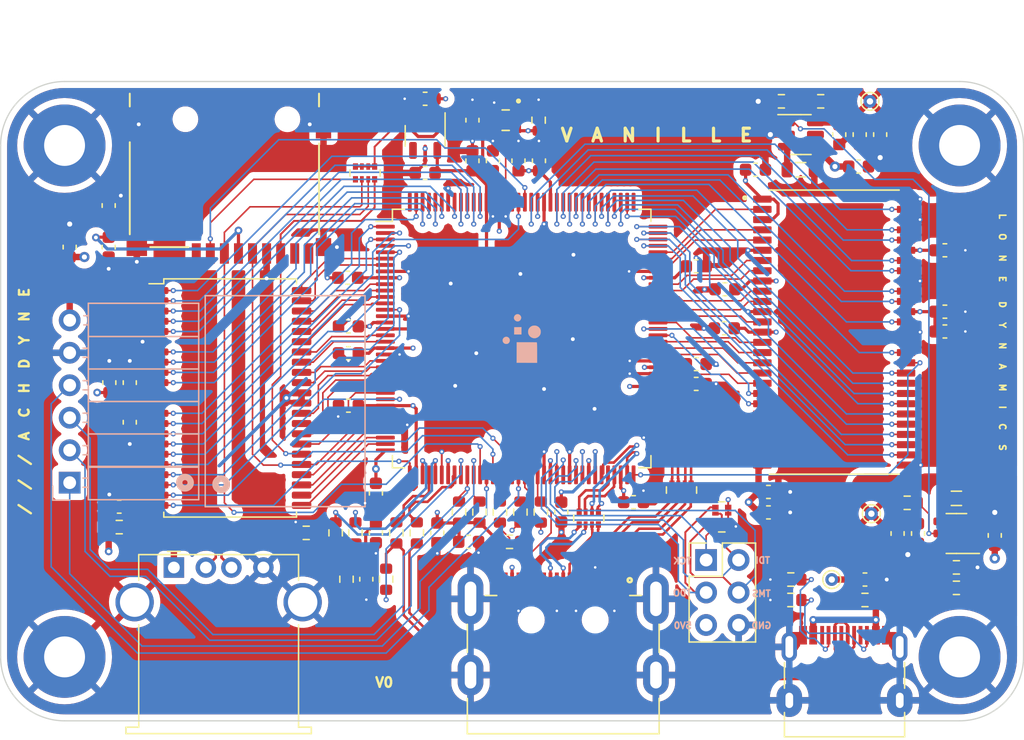
<source format=kicad_pcb>
(kicad_pcb (version 20211014) (generator pcbnew)
  (layers (0 "F.Cu" signal) (1 "In1.Cu" signal) (2 "In2.Cu" signal) (31 "B.Cu" signal) (34 "B.Paste" user) (35 "F.Paste" user) (36 "B.SilkS" user "B.Silkscreen") (37 "F.SilkS" user "F.Silkscreen") (38 "B.Mask" user) (39 "F.Mask" user) (44 "Edge.Cuts" user))
  (net 0 "")
  (net 1 "GND")
  (net 2 "/PWR3V3")
  (net 3 "/PWR1V1")
  (net 4 "/PWR2V5")
  (net 5 "/PWR5V0")
  (net 6 "Net-(C16-Pad1)")
  (net 7 "Net-(C36-Pad2)")
  (net 8 "Net-(C37-Pad2)")
  (net 9 "/USB0_CONN_DP")
  (net 10 "/USB0_CONN_DN")
  (net 11 "/PWR5V0UF")
  (net 12 "Net-(J1-PadA5)")
  (net 14 "Net-(J1-PadB5)")
  (net 16 "/USB1_CONN_DN")
  (net 17 "/USB1_CONN_DP")
  (net 18 "/SD_MOSI")
  (net 19 "/SD_SS")
  (net 20 "/SD_SCK")
  (net 21 "/SD_MISO")
  (net 22 "/DVIC_D2_P")
  (net 23 "/DVIC_D2_N")
  (net 24 "/DVIC_D1_P")
  (net 25 "/DVIC_D1_N")
  (net 26 "/DVIC_D0_P")
  (net 27 "/DVIC_D0_N")
  (net 28 "/DVIC_CK_P")
  (net 29 "/DVIC_CK_N")
  (net 30 "/JTAG_TCK")
  (net 31 "/JTAG_TDI")
  (net 32 "/JTAG_TDO")
  (net 33 "/JTAG_TMS")
  (net 34 "Net-(L1-Pad1)")
  (net 35 "Net-(L2-Pad1)")
  (net 36 "/CSPI_SS")
  (net 37 "/CSPI_MOSI")
  (net 38 "/CSPI_MISO")
  (net 39 "/CSPI_SCK")
  (net 40 "/INITN")
  (net 41 "/PROGRAMN")
  (net 42 "/USB0_DP_PU")
  (net 43 "/USB0_DP")
  (net 44 "/USB0_DN")
  (net 45 "/RESET")
  (net 46 "/USB1_DP")
  (net 47 "/USB1_DN")
  (net 48 "/DVI_D2_P")
  (net 49 "/DVI_D2_N")
  (net 50 "/DVI_D1_P")
  (net 51 "/DVI_D1_N")
  (net 52 "/DVI_D0_P")
  (net 53 "/DVI_D0_N")
  (net 54 "/DVI_CK_P")
  (net 55 "/DVI_CK_N")
  (net 56 "/PWR1V1EN")
  (net 57 "/DONE")
  (net 58 "/SRAM_A0")
  (net 59 "/SRAM_A1")
  (net 60 "/SRAM_A2")
  (net 61 "/SRAM_A3")
  (net 62 "/SRAM_A4")
  (net 63 "/SRAM_D0")
  (net 64 "/SRAM_D1")
  (net 65 "/SRAM_D2")
  (net 66 "/SRAM_D3")
  (net 67 "/SRAM_D4")
  (net 68 "/SRAM_D5")
  (net 69 "/SRAM_D6")
  (net 70 "/SRAM_D7")
  (net 71 "/SRAM_WE")
  (net 72 "/SRAM_A5")
  (net 73 "/SRAM_A6")
  (net 74 "/SRAM_A7")
  (net 75 "/SRAM_A8")
  (net 76 "/SRAM_A9")
  (net 77 "/SRAM_A10")
  (net 78 "/SRAM_A11")
  (net 79 "/SRAM_A12")
  (net 80 "/SRAM_A13")
  (net 81 "/SRAM_A14")
  (net 83 "/SRAM_D8")
  (net 84 "/SRAM_D9")
  (net 85 "/SRAM_D10")
  (net 86 "/CLK48")
  (net 88 "/DRAM_A0")
  (net 89 "/DRAM_A1")
  (net 90 "/DRAM_A2")
  (net 91 "/DRAM_A3")
  (net 92 "/DRAM_A4")
  (net 93 "/DRAM_CS")
  (net 94 "/SRAM_D11")
  (net 95 "/SRAM_D12")
  (net 96 "/SRAM_D13")
  (net 97 "/SRAM_D14")
  (net 98 "/SRAM_D15")
  (net 99 "/SRAM_LB")
  (net 100 "/SRAM_UB")
  (net 101 "/SRAM_OE")
  (net 102 "/DRAM_WE")
  (net 103 "/DRAM_A5")
  (net 104 "/DRAM_A6")
  (net 105 "/DRAM_A7")
  (net 106 "/DRAM_A8")
  (net 107 "/DRAM_A9")
  (net 108 "/DRAM_A10")
  (net 109 "/DRAM_A11")
  (net 110 "/DRAM_A12")
  (net 111 "/SRAM_A15")
  (net 112 "/SRAM_A16")
  (net 113 "/SRAM_A17")
  (net 117 "/DRAM_DQ0")
  (net 118 "/DRAM_DQ1")
  (net 119 "/DRAM_DQ2")
  (net 120 "/DRAM_DQ3")
  (net 121 "/DRAM_DQ4")
  (net 122 "/DRAM_DQ5")
  (net 123 "/DRAM_DQ6")
  (net 124 "/DRAM_DQ7")
  (net 125 "/DRAM_LDQM")
  (net 126 "/DRAM_CAS")
  (net 127 "/DRAM_RAS")
  (net 128 "/DRAM_BS0")
  (net 129 "/DRAM_BS1")
  (net 130 "/DRAM_CKE")
  (net 131 "/DRAM_CLK")
  (net 132 "/DRAM_UDQM")
  (net 134 "/DRAM_DQ8")
  (net 135 "/DRAM_DQ9")
  (net 136 "/DRAM_DQ10")
  (net 137 "/DRAM_DQ11")
  (net 138 "/DRAM_DQ12")
  (net 139 "/DRAM_DQ13")
  (net 140 "/DRAM_DQ14")
  (net 141 "/DRAM_DQ15")
  (footprint "Capacitor_SMD:C_0603_1608Metric" (layer "F.Cu") (at 167.6 138.95)
    (fp_text reference "C14" hide)
    (fp_text value "4.7uF" hide)
  )
  (footprint "Capacitor_SMD:C_0603_1608Metric" (layer "F.Cu") (at 136.9 103.025 -90)
    (fp_text reference "C19" hide)
    (fp_text value "1uF" hide)
  )
  (footprint "Capacitor_SMD:C_0603_1608Metric" (layer "F.Cu") (at 134.15 135.3 90)
    (fp_text reference "C43" hide)
    (fp_text value "220nF" hide)
  )
  (footprint "Resistor_SMD:R_0603_1608Metric" (layer "F.Cu") (at 139.8 136)
    (fp_text reference "R1" hide)
    (fp_text value "4K7" hide)
  )
  (footprint "Capacitor_SMD:C_0603_1608Metric" (layer "F.Cu") (at 108.45 109.7 90)
    (fp_text reference "C25" hide)
    (fp_text value "10uF" hide)
  )
  (footprint "Resistor_SMD:R_0603_1608Metric" (layer "F.Cu") (at 161.8 138.95 180)
    (fp_text reference "R3" hide)
    (fp_text value "5K1" hide)
  )
  (footprint "Resistor_SMD:R_0603_1608Metric" (layer "F.Cu") (at 135.85 133.675 90)
    (fp_text reference "R12" hide)
    (fp_text value "10K" hide)
  )
  (footprint "Capacitor_SMD:C_0603_1608Metric" (layer "F.Cu") (at 129.35 135.3 90)
    (fp_text reference "C10" hide)
    (fp_text value "220nF" hide)
  )
  (footprint "Resistor_SMD:R_0603_1608Metric" (layer "F.Cu") (at 161.0625 101.55 180)
    (fp_text reference "R42" hide)
    (fp_text value "120K" hide)
  )
  (footprint "Package_TO_SOT_SMD:SOT-23-5" (layer "F.Cu") (at 133.2 104.25 -90)
    (fp_text reference "U6" hide)
    (fp_text value "TLV73325PDBV" hide)
  )
  (footprint "Package_QFP:TQFP-144_20x20mm_P0.5mm" (layer "F.Cu") (at 140.75 120.1)
    (fp_text reference "U1" hide)
    (fp_text value "LFE5U-12-TG144" hide)
  )
  (footprint "Resistor_SMD:R_0603_1608Metric" (layer "F.Cu") (at 174.75 138)
    (fp_text reference "R44" hide)
    (fp_text value "47K" hide)
  )
  (footprint "Capacitor_SMD:C_0603_1608Metric" (layer "F.Cu") (at 138.5 106.2 -90)
    (fp_text reference "C12" hide)
    (fp_text value "220nF" hide)
  )
  (footprint "Capacitor_SMD:C_0603_1608Metric" (layer "F.Cu") (at 105.4 112.95 90)
    (fp_text reference "C42" hide)
    (fp_text value "22uF" hide)
  )
  (footprint "Capacitor_SMD:C_0603_1608Metric" (layer "F.Cu") (at 154.4 123.65 180)
    (fp_text reference "C39" hide)
    (fp_text value "220nF" hide)
  )
  (footprint "LD-CRYSTALS:OSC_KC2016Z13.5600C1KX00" (layer "F.Cu") (at 139.5 103.025 -90)
    (fp_text reference "Y1" hide)
    (fp_text value "KC2016Z48" hide)
  )
  (footprint "Resistor_SMD:R_0603_1608Metric" (layer "F.Cu") (at 127.05 138.925 -90)
    (fp_text reference "R19" hide)
    (fp_text value "15K" hide)
  )
  (footprint "Resistor_SMD:R_0603_1608Metric" (layer "F.Cu") (at 137.45 133.675 90)
    (fp_text reference "R11" hide)
    (fp_text value "10K" hide)
  )
  (footprint "Capacitor_SMD:C_0603_1608Metric" (layer "F.Cu") (at 154.4 114.45 180)
    (fp_text reference "C7" hide)
    (fp_text value "220nF" hide)
  )
  (footprint "Capacitor_SMD:C_0603_1608Metric" (layer "F.Cu") (at 136.9 106.2 -90)
    (fp_text reference "C4" hide)
    (fp_text value "220nF" hide)
  )
  (footprint "Capacitor_SMD:C_0603_1608Metric" (layer "F.Cu") (at 110.1 123.55 -90)
    (fp_text reference "C20" hide)
    (fp_text value "100nF" hide)
  )
  (footprint "Capacitor_SMD:C_0603_1608Metric" (layer "F.Cu") (at 136.6 136 180)
    (fp_text reference "C11" hide)
    (fp_text value "1uF" hide)
  )
  (footprint "Capacitor_SMD:C_0603_1608Metric" (layer "F.Cu") (at 109.275 133.25 180)
    (fp_text reference "C16" hide)
    (fp_text value "4.7uF" hide)
  )
  (footprint "Capacitor_SMD:C_0603_1608Metric" (layer "F.Cu") (at 140.5 106.2 -90)
    (fp_text reference "C8" hide)
    (fp_text value "1uF" hide)
  )
  (footprint "Capacitor_SMD:C_0603_1608Metric" (layer "F.Cu") (at 142.1 106.2 -90)
    (fp_text reference "C9" hide)
    (fp_text value "220nF" hide)
  )
  (footprint "LD-CONNECTORS:USB_C_Receptacle_HRO_TYPE-C-31-M-12-BIG-PADS" (layer "F.Cu") (at 166 147.35)
    (fp_text reference "J1" hide)
    (fp_text value "TYPE-C-31-M-12-FIXED" hide)
  )
  (footprint "Resistor_SMD:R_0603_1608Metric" (layer "F.Cu") (at 174.75 139.6 180)
    (fp_text reference "R43" hide)
    (fp_text value "210K" hide)
  )
  (footprint "Package_TO_SOT_SMD:SOT-23-6" (layer "F.Cu") (at 174.75 135.35 180)
    (fp_text reference "U5" hide)
    (fp_text value "TLV62568DDC" hide)
  )
  (footprint "Capacitor_SMD:C_0603_1608Metric" (layer "F.Cu") (at 167.1 106.65)
    (fp_text reference "C32" hide)
    (fp_text value "4.7uF" hide)
  )
  (footprint "Resistor_SMD:R_0603_1608Metric" (layer "F.Cu") (at 127.75 135.3 90)
    (fp_text reference "R17" hide)
    (fp_text value "22R" hide)
  )
  (footprint "Resistor_SMD:R_0603_1608Metric" (layer "F.Cu") (at 130.95 135.3 90)
    (fp_text reference "R7" hide)
    (fp_text value "22R" hide)
  )
  (footprint "Connector_USB:USB_A_Stewart_SS-52100-001_Horizontal" (layer "F.Cu") (at 113.55 138.01)
    (fp_text reference "J2" hide)
    (fp_text value "USB_A" hide)
  )
  (footprint "Capacitor_SMD:C_0603_1608Metric" (layer "F.Cu") (at 160.05 132.1 180)
    (fp_text reference "C28" hide)
    (fp_text value "100nF" hide)
  )
  (footprint "Capacitor_SMD:C_0603_1608Metric" (layer "F.Cu") (at 159.0375 106.9 180)
    (fp_text reference "C23" hide)
    (fp_text value "100nF" hide)
  )
  (footprint "Connector_PinHeader_2.54mm:PinHeader_2x03_P2.54mm_Vertical" (layer "F.Cu") (at 155.175 137.425)
    (fp_text reference "JTAG1" hide)
    (fp_text value "Conn_02x03_Top_Bottom" hide)
  )
  (footprint "Resistor_SMD:R_0603_1608Metric" (layer "F.Cu") (at 139.05 133.675 -90)
    (fp_text reference "R9" hide)
    (fp_text value "51R" hide)
  )
  (footprint "MountingHole:MountingHole_3.2mm_M3_Pad" (layer "F.Cu") (at 175 145)
    (fp_text reference "H4" hide)
    (fp_text value "MountingHole_Pad" hide)
  )
  (footprint "Resistor_SMD:R_0603_1608Metric" (layer "F.Cu") (at 140.65 133.675 90)
    (fp_text reference "R6" hide)
    (fp_text value "1K" hide)
  )
  (footprint "Capacitor_SMD:C_0603_1608Metric" (layer "F.Cu") (at 165.5875 104.15 90)
    (fp_text reference "C36" hide)
    (fp_text value "10pF" hide)
  )
  (footprint "Capacitor_SMD:C_0603_1608Metric" (layer "F.Cu") (at 173.85 113.2 180)
    (fp_text reference "C21" hide)
    (fp_text value "100nF" hide)
  )
  (footprint "Resistor_SMD:R_0603_1608Metric" (layer "F.Cu") (at 126.2 135.3 90)
    (fp_text reference "R18" hide)
    (fp_text value "22R" hide)
  )
  (footprint "Resistor_SMD:R_Array_Convex_4x0402" (layer "F.Cu") (at 153.25 131.95 90)
    (fp_text reference "RN1" hide)
    (fp_text value "270R" hide)
  )
  (footprint "MountingHole:MountingHole_3.2mm_M3_Pad" (layer "F.Cu") (at 105 105)
    (fp_text reference "H1" hide)
    (fp_text value "MountingHole_Pad" hide)
  )
  (footprint "Capacitor_SMD:C_0603_1608Metric" (layer "F.Cu") (at 133.2 101.35 180)
    (fp_text reference "C34" hide)
    (fp_text value "4.7uF" hide)
  )
  (footprint "MountingHole:MountingHole_3.2mm_M3_Pad" (layer "F.Cu") (at 175 105)
    (fp_text reference "H2" hide)
    (fp_text value "MountingHole_Pad" hide)
  )
  (footprint "Resistor_SMD:R_0603_1608Metric" (layer "F.Cu") (at 130.15 138.925 90)
    (fp_text reference "R5" hide)
    (fp_text value "1K5" hide)
  )
  (footprint "TestPoint:TestPoint_THTPad_D1.0mm_Drill0.5mm" (layer "F.Cu") (at 165 138.95)
    (fp_text reference "TP1" hide)
    (fp_text value "TP_PWR5V0" hide)
  )
  (footprint "Capacitor_SMD:C_0603_1608Metric" (layer "F.Cu") (at 156.65 116.25)
    (fp_text reference "C24" hide)
    (fp_text value "100nF" hide)
  )
  (footprint "Capacitor_SMD:C_0603_1608Metric" (layer "F.Cu") (at 156.6 119.3)
    (fp_text reference "C26" hide)
    (fp_text value "100nF" hide)
  )
  (footprint "Capacitor_SMD:C_0603_1608Metric" (layer "F.Cu") (at 110.1 126.65 90)
    (fp_text reference "C17" hide)
    (fp_text value "100nF" hide)
  )
  (footprint "Capacitor_SMD:C_0603_1608Metric" (layer "F.Cu") (at 154.4 122.1 180)
    (fp_text reference "C6" hide)
    (fp_text value "220nF" hide)
  )
  (footprint "Capacitor_SMD:C_0603_1608Metric" (layer "F.Cu") (at 108.5 123.55 -90)
    (fp_text reference "C18" hide)
    (fp_text value "2.2uF" hide)
  )
  (footprint "MountingHole:MountingHole_3.2mm_M3_Pad" (layer "F.Cu") (at 105 145)
    (fp_text reference "H3" hide)
    (fp_text value "MountingHole_Pad" hide)
  )
  (footprint "Resistor_SMD:R_0603_1608Metric" (layer "F.Cu") (at 142.075 103.025 90)
    (fp_text reference "C31" hide)
    (fp_text value "100nF" hide)
  )
  (footprint "LD-SDCARD:SDCARD" (layer "F.Cu") (at 117.5 102.95 180)
    (fp_text reference "J3" hide)
    (fp_text value "MICROSD" hide)
  )
  (footprint "Package_TO_SOT_SMD:SOT-23-6" (layer "F.Cu") (at 162.5875 104.15)
    (fp_text reference "U4" hide)
    (fp_text value "TLV62568DDC" hide)
  )
  (footprint "Capacitor_SMD:C_0603_1608Metric" (layer "F.Cu") (at 167.1875 104.15 -90)
    (fp_text reference "C40" hide)
    (fp_text value "22uF" hide)
  )
  (footprint "Resistor_SMD:R_0603_1608Metric" (layer "F.Cu") (at 164.1375 101.55 180)
    (fp_text reference "R41" hide)
    (fp_text value "100K" hide)
  )
  (footprint "Package_SO:TSOP-II-44_10.16x18.41mm_P0.8mm" (layer "F.Cu") (at 117.95 124.75)
    (fp_text reference "U2" hide)
    (fp_text value "IS61WV25616EDBLL" hide)
  )
  (footprint "Resistor_SMD:R_0603_1608Metric" (layer "F.Cu") (at 109.275 134.85)
    (fp_text reference "FB2" hide)
    (fp_text value "Ferrite_Bead" hide)
  )
  (footprint "LD-HDMI:HDMI_TE_1827059-3-FIXED" (layer "F.Cu") (at 144 144.7)
    (fp_text reference "J5" hide)
    (fp_text value "DDMI_A" hide)
  )
  (footprint "Capacitor_SMD:C_0603_1608Metric" (layer "F.Cu") (at 171.75 135.35 -90)
    (fp_text reference "C37" hide)
    (fp_text value "10pF" hide)
  )
  (footprint "Resistor_SMD:R_Array_Convex_4x0402" (layer "F.Cu") (at 128.5 107.15 -90)
    (fp_text reference "RN3" hide)
    (fp_text value "20K" hide)
  )
  (footprint "TestPoint:TestPoint_THTPad_D1.0mm_Drill0.5mm" (layer "F.Cu") (at 167.9875 101.55)
    (fp_text reference "TP2" hide)
    (fp_text value "TP_PWR1V1" hide)
  )
  (footprint "Capacitor_SMD:C_0603_1608Metric" (layer "F.Cu") (at 173.85 118 180)
    (fp_text reference "C22" hide)
    (fp_text value "100nF" hide)
  )
  (footprint "TestPoint:TestPoint_THTPad_D1.0mm_Drill0.5mm" (layer "F.Cu") (at 168.1 133.8)
    (fp_text reference "TP3" hide)
    (fp_text value "TP_PWR3V3" hide)
  )
  (footprint "Capacitor_SMD:C_0603_1608Metric" (layer "F.Cu") (at 129.35 132.2 90)
    (fp_text reference "C44" hide)
    (fp_text value "220nF" hide)
  )
  (footprint "Capacitor_SMD:C_0603_1608Metric" (layer "F.Cu") (at 177.75 135.5 90)
    (fp_text reference "C33" hide)
    (fp_text value "4.7uF" hide)
  )
  (footprint "Inductor_SMD:L_0805_2012Metric" (layer "F.Cu") (at 174.75 132.6 180)
    (fp_text reference "L2" hide)
    (fp_text value "INDUCTOR" hide)
  )
  (footprint "Resistor_SMD:R_0603_1608Metric" (layer "F.Cu") (at 161.8 140.55 180)
    (fp_text reference "R10" hide)
    (fp_text value "5K1" hide)
  )
  (footprint "Resistor_SMD:R_0603_1608Metric" (layer "F.Cu") (at 132.55 135.3 90)
    (fp_text reference "R8" hide)
    (fp_text value "22R" hide)
  )
  (footprint "Resistor_SMD:R_0603_1608Metric" (layer "F.Cu") (at 170.9 132.95)
    (fp_text reference "R40" hide)
    (fp_text value "1K5" hide)
  )
  (footprint "Resistor_SMD:R_0603_1608Metric" (layer "F.Cu") (at 167.6 140.55)
    (fp_text reference "FB1" hide)
    (fp_text value "Ferrite_Bead" hide)
  )
  (footprint "Capacitor_SMD:C_0603_1608Metric" (layer "F.Cu") (at 127.2 119.15)
    (fp_text reference "C2" hide)
    (fp_text value "220nF" hide)
  )
  (footprint "Capacitor_SMD:C_0603_1608Metric" (layer "F.Cu") (at 128.6 138.925 90)
    (fp_text reference "C15" hide)
    (fp_text value "1uF" hide)
  )
  (footprint "Capacitor_SMD:C_0603_1608Metric" (layer "F.Cu") (at 170.15 135.35 -90)
    (fp_text reference "C41" hide)
    (fp_text value "10uF" hide)
  )
  (footprint "Capacitor_SMD:C_0603_1608Metric" (layer "F.Cu") (at 143.85 133.675 90)
    (fp_text reference "C13" hide)
    (fp_text value "220nF" hide)
  )
  (footprint "Capacitor_SMD:C_0603_1608Metric" (layer "F.Cu") (at 160.05 133.7 180)
    (fp_text reference "C29" hide)
    (fp_text value "10uF" hide)
  )
  (footprint "Capacitor_SMD:C_0603_1608Metric" (layer "F.Cu") (at 173.85 119.55 180)
    (fp_text reference "C30" hide)
    (fp_text value "10uF" hide)
  )
  (footprint "Capacitor_SMD:C_0603_1608Metric" (layer "F.Cu") (at 168.7875 104.15 -90)
    (fp_text reference "C35" hide)
    (fp_text value "22uF" hide)
  )
  (footprint "Capacitor_SMD:C_0603_1608Metric" (layer "F.Cu") (at 127.2 125.35)
    (fp_text reference "C5" hide)
    (fp_text value "220nF" hide)
  )
  (footprint "Resistor_SMD:R_Array_Convex_4x0402" (layer "F.Cu") (at 156.4 134.05 180)
    (fp_text reference "RN4" hide)
    (fp_text value "4K7" hide)
  )
  (footprint "Capacitor_SMD:C_0603_1608Metric" (layer "F.Cu") (at 149.5 132.9 180)
    (fp_text reference "C45" hide)
    (fp_text value "220nF" hide)
  )
  (footprint "Capacitor_SMD:C_0603_1608Metric" (layer "F.Cu") (at 108.45 112.95 -90)
    (fp_text reference "C27" hide)
    (fp_text value "100nF" hide)
  )
  (footprint "Capacitor_SMD:C_0603_1608Metric" (layer "F.Cu") (at 127.2 121.25)
    (fp_text reference "C3" hide)
    (fp_text value "220nF" hide)
  )
  (footprint "Inductor_SMD:L_0805_2012Metric" (layer "F.Cu") (at 162.575 106.9)
    (fp_text reference "L1" hide)
    (fp_text value "INDUCTOR" hide)
  )
  (footprint "Capacitor_SMD:C_0603_1608Metric" (layer "F.Cu") (at 133.2 107.15 180)
    (fp_text reference "C38" hide)
    (fp_text value "4.7uF" hide)
  )
  (footprint "Resistor_SMD:R_Array_Convex_4x0402" (layer "F.Cu") (at 146 134.15 90)
    (fp_text reference "RN2" hide)
    (fp_text value "270R" hide)
  )
  (footprint "Resistor_SMD:R_0603_1608Metric" (layer "F.Cu") (at 123.9 135.3 180)
    (fp_text reference "R20" hide)
    (fp_text value "15K" hide)
  )
  (footprint "Capacitor_SMD:C_0603_1608Metric" (layer "F.Cu") (at 127.15 115.35)
    (fp_text reference "C1" hide)
    (fp_text value "220nF" hide)
  )
  (footprint "Resistor_SMD:R_0603_1608Metric" (layer "F.Cu") (at 142.25 133.675 90)
    (fp_text reference "R2" hide)
    (fp_text value "4K7" hide)
  )
  (footprint "LD-MEMORY:SOP80P1176X120-54N" (layer "F.Cu") (at 165.1925 119.6)
    (fp_text reference "U3" hide)
    (fp_text value "W9825G6KH-6" hide)
  )
  (footprint "LD-MODULES:MMOD_Host_Socket" (layer "B.Cu") (at 105.4 118.675 180)
    (fp_text reference "MMOD1" hide)
    (fp_text value "PMOD-Device-x1-Type-2-SPI" hide)
  )
  (footprint "LD-LOGO:ld-kicad" (layer "B.Cu") (at 140.903007 120.156656 180)
    (fp_text reference "G***" hide)
    (fp_text value "LOGO" hide)
  )
  (footprint "LD-MODULES:LD-MMOD" (layer "B.Cu") (at 122.25 125 180)
    (fp_text reference "REF**" hide)
    (fp_text value "LD-MMOD" hide)
  )
  (gr_arc (start 105 150) (mid 101.464466 148.535534) (end 100 145) (layer "Edge.Cuts") (width 0.1))
  (gr_line (start 105 100) (end 175 100) (layer "Edge.Cuts") (width 0.1))
  (gr_line (start 175 150) (end 105 150) (layer "Edge.Cuts") (width 0.1))
  (gr_arc (start 180 145) (mid 178.535534 148.535534) (end 175 150) (layer "Edge.Cuts") (width 0.1))
  (gr_line (start 180 105) (end 180 145) (layer "Edge.Cuts") (width 0.1))
  (gr_line (start 100 145) (end 100 105) (layer "Edge.Cuts") (width 0.1))
  (gr_arc (start 100 105) (mid 101.464466 101.464466) (end 105 100) (layer "Edge.Cuts") (width 0.1))
  (gr_arc (start 175 100) (mid 178.535534 101.464466) (end 180 105) (layer "Edge.Cuts") (width 0.1))
  (gr_text "5V0" (at 153.35 142.55) (layer "B.SilkS") (effects (font (size 0.5 0.5) (thickness 0.125)) (justify mirror)))
  (gr_text "GND" (at 159.5 142.55) (layer "B.SilkS") (effects (font (size 0.5 0.5) (thickness 0.125)) (justify mirror)))
  (gr_text "TMS" (at 159.5 140.05) (layer "B.SilkS") (effects (font (size 0.5 0.5) (thickness 0.125)) (justify mirror)))
  (gr_text "TDI" (at 159.6 137.45) (layer "B.SilkS") (effects (font (size 0.5 0.5) (thickness 0.125)) (justify mirror)))
  (gr_text "TCK" (at 153.3 137.5) (layer "B.SilkS") (effects (font (size 0.5 0.5) (thickness 0.125)) (justify mirror)))
  (gr_text "TDO" (at 153.3 140) (layer "B.SilkS") (effects (font (size 0.5 0.5) (thickness 0.125)) (justify mirror)))
  (gr_text "/  /  /  A  C  H  D  Y  N  E" (at 101.85 125.000001 90) (layer "F.SilkS") (effects (font (size 0.75 0.75) (thickness 0.1875))))
  (gr_text "V  A  N  I  L  L  E" (at 151.3 104.2) (layer "F.SilkS") (effects (font (size 1 1) (thickness 0.25))))
  (gr_text "V0" (at 130 147) (layer "F.SilkS") (effects (font (size 0.75 0.75) (thickness 0.1875))))
  (gr_text "L   O   N   E    D   Y   N   A   M   I   C   S" (at 178.35 119.6 270) (layer "F.SilkS") (effects (font (size 0.5 0.5) (thickness 0.125))))
  (segment (start 110.1 127.425) (end 110.1 128.35) (width 0.25) (layer "F.Cu") (net 1))
  (segment (start 159.5725 118) (end 158.45 118) (width 0.25) (layer "F.Cu") (net 1))
  (segment (start 146.5 139.7) (end 146.5 138) (width 0.25) (layer "F.Cu") (net 1))
  (segment (start 130.0875 114.85) (end 131.9 114.85) (width 0.25) (layer "F.Cu") (net 1))
  (segment (start 170.8125 119.6) (end 171.9 119.6) (width 0.25) (layer "F.Cu") (net 1))
  (segment (start 155.875 116.25) (end 155.05 116.25) (width 0.25) (layer "F.Cu") (net 1))
  (segment (start 133.2 103.1125) (end 133.2 102.125) (width 0.25) (layer "F.Cu") (net 1))
  (segment (start 140.5 139.7) (end 140.5 141.4) (width 0.25) (layer "F.Cu") (net 1))
  (segment (start 174.625 113.2) (end 175.45 113.2) (width 0.25) (layer "F.Cu") (net 1))
  (segment (start 133.2 106.375) (end 133.2 105.25) (width 0.25) (layer "F.Cu") (net 1))
  (segment (start 130.0875 121.35) (end 131.2 121.35) (width 0.25) (layer "F.Cu") (net 1))
  (segment (start 143.5 139.7) (end 143.5 141.4) (width 0.25) (layer "F.Cu") (net 1))
  (segment (start 133.2 102.125) (end 132.425 101.35) (width 0.25) (layer "F.Cu") (net 1))
  (segment (start 159.5725 113.2) (end 158.45 113.2) (width 0.25) (layer "F.Cu") (net 1))
  (segment (start 143.85 134.45) (end 143.85 135.25) (width 0.25) (layer "F.Cu") (net 1))
  (segment (start 150.275 132.9) (end 150.275 132) (width 0.25) (layer "F.Cu") (net 1))
  (segment (start 170.32 144.22) (end 170.165 144.22) (width 0.5) (layer "F.Cu") (net 1))
  (segment (start 128.6 139.7) (end 127.1 139.7) (width 0.25) (layer "F.Cu") (net 1))
  (segment (start 174.625 119.55) (end 175.45 119.55) (width 0.25) (layer "F.Cu") (net 1))
  (segment (start 155.175 114.45) (end 155.05 114.45) (width 0.25) (layer "F.Cu") (net 1))
  (segment (start 126.6 121.25) (end 127.2 121.85) (width 0.25) (layer "F.Cu") (net 1))
  (segment (start 155.825 119.3) (end 155 119.3) (width 0.25) (layer "F.Cu") (net 1))
  (segment (start 151.4125 121.85) (end 149.2 121.85) (width 0.25) (layer "F.Cu") (net 1))
  (segment (start 145 139.7) (end 145 141.4) (width 0.25) (layer "F.Cu") (net 1))
  (segment (start 108.45 108.925) (end 109.4 108.925) (width 0.5) (layer "F.Cu") (net 1))
  (segment (start 144.5 130.7625) (end 144.5 128.95) (width 0.25) (layer "F.Cu") (net 1))
  (segment (start 161.835 144.22) (end 162.75 143.305) (width 0.5) (layer "F.Cu") (net 1))
  (segment (start 136.9 105.425) (end 136.9 104.65) (width 0.25) (layer "F.Cu") (net 1))
  (segment (start 177.125 135.35) (end 177.75 134.725) (width 0.5) (layer "F.Cu") (net 1))
  (segment (start 170.15 136.2) (end 170.95 137) (width 0.5) (layer "F.Cu") (net 1))
  (segment (start 160.975 138.95) (end 160.2 138.95) (width 0.15) (layer "F.Cu") (net 1))
  (segment (start 126.425 125.35) (end 126.425 126.175) (width 0.25) (layer "F.Cu") (net 1))
  (segment (start 126.425 126.175) (end 126.4 126.2) (width 0.25) (layer "F.Cu") (net 1))
  (segment (start 108.5 133.25) (end 108.5 132.3) (width 0.5) (layer "F.Cu") (net 1))
  (segment (start 129.35 136.075) (end 129.35 136.9) (width 0.25) (layer "F.Cu") (net 1))
  (segment (start 167.875 106.65) (end 168.0875 106.65) (width 0.5) (layer "F.Cu") (net 1))
  (segment (start 151.4125 127.85) (end 150.3 127.85) (width 0.25) (layer "F.Cu") (net 1))
  (segment (start 170.8125 109.2) (end 171.9 109.2) (width 0.25) (layer "F.Cu") (net 1))
  (segment (start 122.75 124.35) (end 122.35 124.75) (width 0.25) (layer "F.Cu") (net 1))
  (segment (start 160.825 133.7) (end 161.75 133.7) (width 0.5) (layer "F.Cu") (net 1))
  (segment (start 134.5 130.7625) (end 134.5 128.95) (width 0.15) (layer "F.Cu") (net 1))
  (segment (start 138.5 105.425) (end 138.5 104.65) (width 0.25) (layer "F.Cu") (net 1))
  (segment (start 146 130.7625) (end 146 129.65) (width 0.25) (layer "F.Cu") (net 1))
  (segment (start 137.375 136) (end 137.375 136.85) (width 0.15) (layer "F.Cu") (net 1))
  (segment (start 151.4125 122.85) (end 149.2 122.85) (width 0.25) (layer "F.Cu") (net 1))
  (segment (start 123.5375 124.35) (end 122.75 124.35) (width 0.25) (layer "F.Cu") (net 1))
  (segment (start 110.65 112.95) (end 110.65 114.1) (width 0.5) (layer "F.Cu") (net 1))
  (segment (start 127.1 139.7) (end 127.05 139.75) (width 0.25) (layer "F.Cu") (net 1))
  (segment (start 132.425 101.35) (end 131.6 101.35) (width 0.25) (layer "F.Cu") (net 1))
  (segment (start 126.425 119.15) (end 126.65 119.15) (width 0.25) (layer "F.Cu") (net 1))
  (segment (start 105.4 112.175) (end 105.4 111.15) (width 0.5) (layer "F.Cu") (net 1))
  (segment (start 155.05 114.45) (end 154.4 113.8) (width 0.25) (layer "F.Cu") (net 1))
  (segment (start 170.15 136.125) (end 170.15 136.2) (width 0.5) (layer "F.Cu") (net 1))
  (segment (start 155.95 122.1) (end 155.175 122.1) (width 0.25) (layer "F.Cu") (net 1))
  (segment (start 160.2375 101.55) (end 159.25 101.55) (width 0.5) (layer "F.Cu") (net 1))
  (segment (start 142.5 109.4375) (end 142.5 111.15) (width 0.25) (layer "F.Cu") (net 1))
  (segment (start 170.8125 115.6) (end 171.9 115.6) (width 0.25) (layer "F.Cu") (net 1))
  (segment (start 151.4125 114.85) (end 149.15 114.85) (width 0.25) (layer "F.Cu") (net 1))
  (segment (start 122.75 125.15) (end 122.35 124.75) (width 0.25) (layer "F.Cu") (net 1))
  (segment (start 139.5 109.4375) (end 139.5 110.55) (width 0.25) (layer "F.Cu") (net 1))
  (segment (start 110.8 103.35) (end 109.75 103.35) (width 0.25) (layer "F.Cu") (net 1))
  (segment (start 126.425 121.25) (end 126.6 121.25) (width 0.25) (layer "F.Cu") (net 1))
  (segment (start 148 139.7) (end 148 141.4) (width 0.25) (layer "F.Cu") (net 1))
  (segment (start 168.7875 104.925) (end 168.7875 105.95) (width 0.5) (layer "F.Cu") (net 1))
  (segment (start 159.8125 106.9) (end 159.8125 104.5375) (width 0.25) (layer "F.Cu") (net 1))
  (segment (start 129.35 132.975) (end 128.5 132.975) (width 0.25) (layer "F.Cu") (net 1))
  (segment (start 126.65 119.15) (end 127.2 118.6) (width 0.25) (layer "F.Cu") (net 1))
  (segment (start 169.3 138.95) (end 168.375 138.95) (width 0.5) (layer "F.Cu") (net 1))
  (segment (start 130.0875 126.85) (end 131.8 126.85) (width 0.25) (layer "F.Cu") (net 1))
  (segment (start 132.425 107.15) (end 133.2 106.375) (width 0.25) (layer "F.Cu") (net 1))
  (segment (start 160.975 140.55) (end 160.2 140.55) (width 0.15) (layer "F.Cu") (net 1))
  (segment (start 175.8875 135.35) (end 177.125 135.35) (width 0.5) (layer "F.Cu") (net 1))
  (segment (start 125.25 103.35) (end 124.175 103.35) (width 0.25) (layer "F.Cu") (net 1))
  (segment (start 136.9 102.25) (end 136.9 101.425) (width 0.25) (layer "F.Cu") (net 1))
  (segment (start 123.075 135.3) (end 123.075 134.45) (width 0.25) (layer "F.Cu") (net 1))
  (segment (start 128.6 139.7) (end 128.6 140.525) (width 0.25) (layer "F.Cu") (net 1))
  (segment (start 142.075 102.2) (end 142.075 101.425) (width 0.25) (layer "F.Cu") (net 1))
  (segment (start 174.625 118) (end 175.45 118) (width 0.25) (layer "F.Cu") (net 1))
  (segment (start 155.175 123.65) (end 155.95 123.65) (width 0.25) (layer "F.Cu") (net 1))
  (segment (start 134.15 136.075) (end 134.15 136.9) (width 0.25) (layer "F.Cu") (net 1))
  (segment (start 142.1 105.425) (end 142.1 104.65) (width 0.25) (layer "F.Cu") (net 1))
  (segment (start 161.68 144.22) (end 161.835 144.22) (width 0.5) (layer "F.Cu") (net 1))
  (segment (start 110.1 122.775) (end 110.1 121.85) (width 0.25) (layer "F.Cu") (net 1))
  (segment (start 160.825 132.1) (end 161.75 132.1) (width 0.5) (layer "F.Cu") (net 1))
  (segment (start 175.575 138) (end 176.4 138) (width 0.5) (layer "F.Cu") (net 1))
  (segment (start 108.45 113.725) (end 108.45 114.65) (width 0.5) (layer "F.Cu") (net 1))
  (segment (start 130.0875 118.35) (end 131.9 118.35) (width 0.25) (layer "F.Cu") (net 1))
  (segment (start 168.0875 106.65) (end 168.7875 105.95) (width 0.5) (layer "F.Cu") (net 1))
  (segment (start 108.5 122.775) (end 108.5 121.85) (width 0.25) (layer "F.Cu") (net 1))
  (segment (start 156.9 134.8) (end 157.5 134.8) (width 0.15) (layer "F.Cu") (net 1))
  (segment (start 177.75 134.725) (end 177.75 133.7) (width 0.5) (layer "F.Cu") (net 1))
  (segment (start 142.5 130.7625) (end 142.5 128.95) (width 0.25) (layer "F.Cu") (net 1))
  (segment (start 170.8125 110.8) (end 171.9 110.8) (width 0.25) (layer "F.Cu") (net 1))
  (segment (start 159.8125 104.5375) (end 160.2 104.15) (width 0.25) (layer "F.Cu") (net 1))
  (segment (start 138.6 102.425) (end 138.6 101.65) (width 0.25) (layer "F.Cu") (net 1))
  (segment (start 140.5 105.425) (end 140.5 104.65) (width 0.25) (layer "F.Cu") (net 1))
  (segment (start 123.5375 125.15) (end 122.75 125.15) (width 0.25) (layer "F.Cu") (net 1))
  (segment (start 138.5 109.4375) (end 138.5 110.55) (width 0.25) (layer "F.Cu") (net 1))
  (segment (start 170.165 144.22) (end 169.25 143.305) (width 0.5) (layer "F.Cu") (net 1))
  (segment (start 120.8 113.45) (end 120.8 115.4) (width 0.5) (layer "F.Cu") (net 1))
  (segment (start 125.25 112.95) (end 126.3 112.95) (width 0.5) (layer "F.Cu") (net 1))
  (segment (start 112.3625 120.35) (end 111.1 120.35) (width 0.25) (layer "F.Cu") (net 1))
  (segment (start 161.45 104.15) (end 160.2 104.15) (width 0.5) (layer "F.Cu") (net 1))
  (segment (start 135 109.4375) (end 135 108.35) (width 0.25) (layer "F.Cu") (net 1))
  (segment (start 170.8125 130) (end 171.95 130) (width 0.25) (layer "F.Cu") (net 1))
  (segment (start 167.1875 104.925) (end 168.7875 104.925) (width 0.5) (layer "F.Cu") (net 1))
  (segment (start 126.375 115.35) (end 125.55 115.35) (width 0.25) (layer "F.Cu") (net 1))
  (via (at 138.5 110.55) (size 0.4) (drill 0.2) (layers "F.Cu" "B.Cu") (net 1))
  (via (at 170.95 137) (size 0.8) (drill 0.4) (layers "F.Cu" "B.Cu") (net 1))
  (via (at 143.85 135.25) (size 0.4) (drill 0.2) (layers "F.Cu" "B.Cu") (net 1))
  (via (at 138.5 104.65) (size 0.4) (drill 0.2) (layers "F.Cu" "B.Cu") (net 1))
  (via (at 161.75 133.7) (size 0.6) (drill 0.3) (layers "F.Cu" "B.Cu") (net 1))
  (via (at 135 108.35) (size 0.4) (drill 0.2) (layers "F.Cu" "B.Cu") (net 1))
  (via (at 142.5 111.15) (size 0.4) (drill 0.2) (layers "F.Cu" "B.Cu") (net 1))
  (via (at 148 141.4) (size 0.4) (drill 0.2) (layers "F.Cu" "B.Cu") (net 1))
  (via (at 135.2 115.8) (size 0.6) (drill 0.3) (layers "F.Cu" "B.Cu") (net 1))
  (via (at 136.9 101.425) (size 0.4) (drill 0.2) (layers "F.Cu" "B.Cu") (net 1))
  (via (at 142.5 128.95) (size 0.4) (drill 0.2) (layers "F.Cu" "B.Cu") (net 1))
  (via (at 150.3 127.85) (size 0.4) (drill 0.2) (layers "F.Cu" "B.Cu") (net 1))
  (via (at 136.9 104.65) (size 0.4) (drill 0.2) (layers "F.Cu" "B.Cu") (net 1))
  (via (at 155.05 116.25) (size 0.4) (drill 0.2) (layers "F.Cu" "B.Cu") (net 1))
  (via (at 150.275 132) (size 0.4) (drill 0.2) (layers "F.Cu" "B.Cu") (net 1))
  (via (at 171.9 115.6) (size 0.4) (drill 0.2) (layers "F.Cu" "B.Cu") (net 1))
  (via (at 131.9 118.35) (size 0.4) (drill 0.2) (layers "F.Cu" "B.Cu") (net 1))
  (via (at 135.55 123.8) (size 0.6) (drill 0.3) (layers "F.Cu" "B.Cu") (net 1))
  (via (at 131.6 101.35) (size 0.4) (drill 0.2) (layers "F.Cu" "B.Cu") (net 1))
  (via (at 110.1 121.85) (size 0.6) (drill 0.3) (layers "F.Cu" "B.Cu") (net 1))
  (via (at 138.6 101.65) (size 0.4) (drill 0.2) (layers "F.Cu" "B.Cu") (net 1))
  (via (at 126.3 112.95) (size 0.6) (drill 0.3) (layers "F.Cu" "B.Cu") (net 1))
  (via (at 171.9 119.6) (size 0.4) (drill 0.2) (layers "F.Cu" "B.Cu") (net 1))
  (via (at 128.6 140.525) (size 0.4) (drill 0.2) (layers "F.Cu" "B.Cu") (net 1))
  (via (at 149.15 114.85) (size 0.4) (drill 0.2) (layers "F.Cu" "B.Cu") (net 1))
  (via (at 161.75 132.1) (size 0.6) (drill 0.3) (layers "F.Cu" "B.Cu") (net 1))
  (via (at 123.075 134.45) (size 0.4) (drill 0.2) (layers "F.Cu" "B.Cu") (net 1))
  (via (at 155 119.3) (size 0.4) (drill 0.2) (layers "F.Cu" "B.Cu") (net 1))
  (via (at 175.45 119.55) (size 0.4) (drill 0.2) (layers "F.Cu" "B.Cu") (net 1))
  (via (at 144.5 128.95) (size 0.4) (drill 0.2) (layers "F.Cu" "B.Cu") (net 1))
  (via (at 171.9 110.8) (size 0.4) (drill 0.2) (layers "F.Cu" "B.Cu") (net 1))
  (via (at 127.2 121.85) (size 0.4) (drill 0.2) (layers "F.Cu" "B.Cu") (net 1))
  (via (at 145 141.4) (size 0.4) (drill 0.2) (layers "F.Cu" "B.Cu") (net 1))
  (via (at 137.2 121.25) (size 0.6) (drill 0.3) (layers "F.Cu" "B.Cu") (net 1))
  (via (at 110.8 103.35) (size 0.6) (drill 0.3) (layers "F.Cu" "B.Cu") (net 1))
  (via (at 155.95 122.1) (size 0.4) (drill 0.2) (layers "F.Cu" "B.Cu") (net 1))
  (via (at 108.5 121.85) (size 0.6) (drill 0.3) (layers "F.Cu" "B.Cu") (net 1))
  (via (at 139.5 110.55) (size 0.4) (drill 0.2) (layers "F.Cu" "B.Cu") (net 1))
  (via (at 122.35 124.75) (size 0.6) (drill 0.3) (layers "F.Cu" "B.Cu") (net 1))
  (via (at 127.2 118.6) (size 0.4) (drill 0.2) (layers "F.Cu" "B.Cu") (net 1))
  (via (at 144.75 120.15) (size 0.6) (drill 0.3) (layers "F.Cu" "B.Cu") (net 1))
  (via (at 143.5 141.4) (size 0.4) (drill 0.2) (layers "F.Cu" "B.Cu") (net 1))
  (via (at 110.65 114.1) (size 0.6) (drill 0.3) (layers "F.Cu" "B.Cu") (net 1))
  (via (at 169.3 138.95) (size 0.6) (drill 0.3) (layers "F.Cu" "B.Cu") (net 1))
  (via (at 140.5 104.65) (size 0.4) (drill 0.2) (layers "F.Cu" "B.Cu") (net 1))
  (via (at 137.375 136.85) (size 0.4) (drill 0.2) (layers "F.Cu" "B.Cu") (net 1))
  (via (at 120.8 115.4) (size 0.6) (drill 0.3) (layers "F.Cu" "B.Cu") (net 1))
  (via (at 142.5 124.05) (size 0.6) (drill 0.3) (layers "F.Cu" "B.Cu") (net 1))
  (via (at 168.7875 105.95) (size 0.8) (drill 0.4) (layers "F.Cu" "B.Cu") (net 1))
  (via (at 111.1 120.35) (size 0.6) (drill 0.3) (layers "F.Cu" "B.Cu") (net 1))
  (via (at 175.45 118) (size 0.4) (drill 0.2) (layers "F.Cu" "B.Cu") (net 1))
  (via (at 177.75 133.7) (size 0.8) (drill 0.4) (layers "F.Cu" "B.Cu") (net 1))
  (via (at 131.9 114.85) (size 0.4) (drill 0.2) (layers "F.Cu" "B.Cu") (net 1))
  (via (at 109.4 108.925) (size 0.6) (drill 0.3) (layers "F.Cu" "B.Cu") (net 1))
  (via (at 110.1 128.35) (size 0.6) (drill 0.3) (layers "F.Cu" "B.Cu") (net 1))
  (via (at 146 129.65) (size 0.4) (drill 0.2) (layers "F.Cu" "B.Cu") (net 1))
  (via (at 149.2 121.85) (size 0.4) (drill 0.2) (layers "F.Cu" "B.Cu") (net 1))
  (via (at 155.95 123.65) (size 0.4) (drill 0.2) (layers "F.Cu" "B.Cu") (net 1))
  (via (at 146.5 138) (size 0.4) (drill 0.2) (layers "F.Cu" "B.Cu") (net 1))
  (via (at 154.4 113.8) (size 0.4) (drill 0.2) (layers "F.Cu" "B.Cu") (net 1))
  (via (at 140.5 141.4) (size 0.4) (drill 0.2) (layers "F.Cu" "B.Cu") (net 1))
  (via (at 158.45 118) (size 0.4) (drill 0.2) (layers "F.Cu" "B.Cu") (net 1))
  (via (at 131.8 126.85) (size 0.4) (drill 0.2) (layers "F.Cu" "B.Cu") (net 1))
  (via (at 160.2 140.55) (size 0.4) (drill 0.2) (layers "F.Cu" "B.Cu") (net 1))
  (via (at 144.8 113.55) (size 0.6) (drill 0.3) (layers "F.Cu" "B.Cu") (net 1))
  (via (at 159.25 101.55) (size 0.8) (drill 0.4) (layers "F.Cu" "B.Cu") (net 1))
  (via (at 134.15 136.9) (size 0.4) (drill 0.2) (layers "F.Cu" "B.Cu") (net 1))
  (via (at 105.4 111.15) (size 0.8) (drill 0.4) (layers "F.Cu" "B.Cu") (net 1))
  (via (at 108.45 114.65) (size 0.6) (drill 0.3) (layers "F.Cu" "B.Cu") (net 1))
  (via (at 142.075 101.425) (size 0.4) (drill 0.2) (layers "F.Cu" "B.Cu") (net 1))
  (via (at 126.4 126.2) (size 0.4) (drill 0.2) (layers "F.Cu" "B.Cu") (net 1))
  (via (at 128.5 132.975) (size 0.4) (drill 0.2) (layers "F.Cu" "B.Cu") (net 1))
  (via (at 160.2 138.95) (size 0.4) (drill 0.2) (layers "F.Cu" "B.Cu") (net 1))
  (via (at 140.65 115.05) (size 0.6) (drill 0.3) (layers "F.Cu" "B.Cu") (net 1))
  (via (at 158.45 113.2) (size 0.4) (drill 0.2) (layers "F.Cu" "B.Cu") (net 1))
  (via (at 124.175 103.35) (size 0.6) (drill 0.3) (layers "F.Cu" "B.Cu") (net 1))
  (via (at 108.5 132.3) (size 0.6) (drill 0.3) (layers "F.Cu" "B.Cu") (net 1))
  (via (at 171.9 109.2) (size 0.4) (drill 0.2) (layers "F.Cu" "B.Cu") (net 1))
  (via (at 157.5 134.8) (size 0.4) (drill 0.2) (layers "F.Cu" "B.Cu") (net 1))
  (via (at 133.2 105.25) (size 0.4) (drill 0.2) (layers "F.Cu" "B.Cu") (net 1))
  (via (at 129.35 136.9) (size 0.4) (drill 0.2) (layers "F.Cu" "B.Cu") (net 1))
  (via (at 131.2 121.35) (size 0.4) (drill 0.2) (layers "F.Cu" "B.Cu") (net 1))
  (via (at 125.55 115.35) (size 0.4) (drill 0.2) (layers "F.Cu" "B.Cu") (net 1))
  (via (at 149.2 122.85) (size 0.4) (drill 0.2) (layers "F.Cu" "B.Cu") (net 1))
  (via (at 160.2 104.15) (size 0.8) (drill 0.4) (layers "F.Cu" "B.Cu") (net 1))
  (via (at 134.5 128.95) (size 0.4) (drill 0.2) (layers "F.Cu" "B.Cu") (net 1))
  (via (at 142.1 104.65) (size 0.4) (drill 0.2) (layers "F.Cu" "B.Cu") (net 1))
  (via (at 175.45 113.2) (size 0.4) (drill 0.2) (layers "F.Cu" "B.Cu") (net 1))
  (via (at 146.45 125.6) (size 0.6) (drill 0.3) (layers "F.Cu" "B.Cu") (net 1))
  (via (at 176.4 138) (size 0.6) (drill 0.3) (layers "F.Cu" "B.Cu") (net 1))
  (via (at 171.95 130) (size 0.4) (drill 0.2) (layers "F.Cu" "B.Cu") (net 1))
  (segment (start 137.45 134.5) (end 137.475 134.5) (width 0.25) (layer "F.Cu") (net 2))
  (segment (start 108.45 110.475) (end 108.45 112.175) (width 0.25) (layer "F.Cu") (net 2))
  (segment (start 158.5 132.925) (end 159.275 133.7) (width 0.5) (layer "F.Cu") (net 2))
  (segment (start 158.5 132.9) (end 158.5 132.875) (width 0.5) (layer "F.Cu") (net 2))
  (segment (start 157.375 119.3) (end 158.2 119.3) (width 0.25) (layer "F.Cu") (net 2))
  (segment (start 110.125 124.35) (end 110.1 124.325) (width 0.25) (layer "F.Cu") (net 2))
  (segment (start 134.15 101.525) (end 133.975 101.35) (width 0.25) (layer "F.Cu") (net 2))
  (segment (start 129.15 118.85) (end 128.85 119.15) (width 0.25) (layer "F.Cu") (net 2))
  (segment (start 137.475 134.5) (end 138.975 136) (width 0.25) (layer "F.Cu") (net 2))
  (segment (start 135 130.7625) (end 135 129.65) (width 0.25) (layer "F.Cu") (net 2))
  (segment (start 134.8 101.35) (end 133.975 101.35) (width 0.25) (layer "F.Cu") (net 2))
  (segment (start 109.175 125.875) (end 110.1 125.875) (width 0.25) (layer "F.Cu") (net 2))
  (segment (start 151.4125 115.35) (end 150.3 115.35) (width 0.25) (layer "F.Cu") (net 2))
  (segment (start 141.3 106.975) (end 142.1 106.975) (width 0.25) (layer "F.Cu") (net 2))
  (segment (start 173.075 118) (end 173.075 119.55) (width 0.25) (layer "F.Cu") (net 2))
  (segment (start 131.2375 103.1125) (end 132.25 103.1125) (width 0.15) (layer "F.Cu") (net 2))
  (segment (start 142.25 134.5) (end 142.25 135.25) (width 0.125) (layer "F.Cu") (net 2))
  (segment (start 158.5 132.875) (end 159.275 132.1) (width 0.5) (layer "F.Cu") (net 2))
  (segment (start 134.15 104) (end 134.15 103.1125) (width 0.25) (layer "F.Cu") (net 2))
  (segment (start 134.15 134.525) (end 135.825 134.525) (width 0.25) (layer "F.Cu") (net 2))
  (segment (start 132.25 103.1125) (end 132.25 103.9) (width 0.25) (layer "F.Cu") (net 2))
  (segment (start 159.275 130.2975) (end 159.5725 130) (width 0.5) (layer "F.Cu") (net 2))
  (segment (start 156.9 132.7) (end 156.9 133.3) (width 0.15) (layer "F.Cu") (net 2))
  (segment (start 130.0875 118.85) (end 129.15 118.85) (width 0.25) (layer "F.Cu") (net 2))
  (segment (start 107.475 112.175) (end 107.45 112.2) (width 0.25) (layer "F.Cu") (net 2))
  (segment (start 159.45 115.6) (end 158.6 115.6) (width 0.25) (layer "F.Cu") (net 2))
  (segment (start 160.8 110.35) (end 160.8 109.55) (width 0.25) (layer "F.Cu") (net 2))
  (segment (start 173.075 118) (end 171.9 118) (width 0.25) (layer "F.Cu") (net 2))
  (segment (start 112.3625 125.15) (end 110.825 125.15) (width 0.25) (layer "F.Cu") (net 2))
  (segment (start 108.5 125.2) (end 109.175 125.875) (width 0.25) (layer "F.Cu") (net 2))
  (segment (start 157.95 116.25) (end 157.425 116.25) (width 0.25) (layer "F.Cu") (net 2))
  (segment (start 106.55 113.725) (end 105.4 113.725) (width 0.5) (layer "F.Cu") (net 2))
  (segment (start 140.6 134.5) (end 140 135.1) (width 0.125) (layer "F.Cu") (net 2))
  (segment (start 158.25 107.8775) (end 159.5725 109.2) (width 0.25) (layer "F.Cu") (net 2))
  (segment (start 129.35 129.5875) (end 130.0875 128.85) (width 0.25) (layer "F.Cu") (net 2))
  (segment (start 127.925 115.35) (end 130.0875 115.35) (width 0.25) (layer "F.Cu") (net 2))
  (segment (start 159.5725 115.6) (end 159.45 115.6) (width 0.25) (layer "F.Cu") (net 2))
  (segment (start 135.85 134.5) (end 135.85 135.975) (width 0.25) (layer "F.Cu") (net 2))
  (segment (start 141.3 106.975) (end 140.5 106.975) (width 0.25) (layer "F.Cu") (net 2))
  (segment (start 148.5 130.7625) (end 148.5 131.775) (width 0.25) (layer "F.Cu") (net 2))
  (segment (start 108.5 124.325) (end 110.1 124.325) (width 0.25) (layer "F.Cu") (net 2))
  (segment (start 127.975 119.15) (end 128.85 119.15) (width 0.25) (layer "F.Cu") (net 2))
  (segment (start 108.5 124.325) (end 108.5 125.2) (width 0.25) (layer "F.Cu") (net 2))
  (segment (start 158.2625 107.7375) (end 158.25 107.75) (width 0.25) (layer "F.Cu") (net 2))
  (segment (start 141.25 103.85) (end 142.075 103.85) (width 0.25) (layer "F.Cu") (net 2))
  (segment (start 156.9 133.3) (end 156.9 133.8) (width 0.15) (layer "F.Cu") (net 2))
  (segment (start 128.25 106.65) (end 128.75 106.65) (width 0.15) (layer "F.Cu") (net 2))
  (segment (start 160.35 110.8) (end 160.8 110.35) (width 0.25) (layer "F.Cu") (net 2))
  (segment (start 160.8 109.55) (end 160.45 109.2) (width 0.25) (layer "F.Cu") (net 2))
  (segment (start 153.375 122.35) (end 153.625 122.1) (width 0.25) (layer "F.Cu") (net 2))
  (segment (start 159.5725 110.8) (end 160.35 110.8) (width 0.25) (layer "F.Cu") (net 2))
  (segment (start 158.25 107.75) (end 158.25 107.8775) (width 0.25) (layer "F.Cu") (net 2))
  (segment (start 148.5 131.775) (end 148.725 132) (width 0.25) (layer "F.Cu") (net 2))
  (segment (start 158.5 119.6) (end 159.5725 119.6) (width 0.25) (layer "F.Cu") (net 2))
  (segment (start 140.4 102.425) (end 140.4 103.625) (width 0.25) (layer "F.Cu") (net 2))
  (segment (start 143 130.7625) (end 143 129.65) (width 0.25) (layer "F.Cu") (net 2))
  (segment (start 108.45 112.175) (end 107.475 112.175) (width 0.25) (layer "F.Cu") (net 2))
  (segment (start 132.25 103.9) (end 132.65 104.3) (width 0.25) (layer "F.Cu") (net 2))
  (segment (start 130.0875 115.35) (end 131.2 115.35) (width 0.25) (layer "F.Cu") (net 2))
  (segment (start 140.65 134.5) (end 140.6 134.5) (width 0.125) (layer "F.Cu") (net 2))
  (segment (start 112.3625 124.35) (end 110.125 124.35) (width 0.25) (layer "F.Cu") (net 2))
  (segment (start 159.5725 119.6) (end 160.65 119.6) (width 0.25) (layer "F.Cu") (net 2))
  (segment (start 173.075 113.2) (end 171.9 113.2) (width 0.25) (layer "F.Cu") (net 2))
  (segment (start 141.25 103.85) (end 140.625 103.85) (width 0.25) (layer "F.Cu") (net 2))
  (segment (start 128.75 106.65) (end 129.25 106.65) (width 0.15) (layer "F.Cu") (net 2))
  (segment (start 160.45 109.2) (end 159.5725 109.2) (width 0.25) (layer "F.Cu") (net 2))
  (segment (start 143 107.875) (end 142.1 106.975) (width 0.25) (layer "F.Cu") (net 2))
  (segment (start 135.85 134.5) (end 137.45 134.5) (width 0.25) (layer "F.Cu") (net 2))
  (segment (start 118.6 113.45) (end 118.6 111.65) (width 0.25) (layer "F.Cu") (net 2))
  (segment (start 134.15 103.1125) (end 134.15 101.525) (width 0.25) (layer "F.Cu") (net 2))
  (segment (start 148.725 132) (end 148.725 132.9) (width 0.25) (layer "F.Cu") (net 2))
  (segment (start 159.5725 115.6) (end 160.65 115.6) (width 0.25) (layer "F.Cu") (net 2))
  (segment (start 158.2 119.3) (end 158.5 119.6) (width 0.25) (layer "F.Cu") (net 2))
  (segment (start 129.25 105.1) (end 131.2375 103.1125) (width 0.15) (layer "F.Cu") (net 2))
  (segment (start 134.15 133.7) (end 134.15 134.525) (width 0.25) (layer "F.Cu") (net 2))
  (segment (start 108.5 124.325) (end 107.55 124.325) (width 0.25) (layer "F.Cu") (net 2))
  (segment (start 159.275 132.1) (end 159.275 130.2975) (width 0.5) (layer "F.Cu") (net 2))
  (segment (start 152.725 115.35) (end 153.625 114.45) (width 0.25) (layer "F.Cu") (net 2))
  (segment (start 129.25 106.65) (end 129.25 105.1) (width 0.15) (layer "F.Cu") (net 2))
  (segment (start 133.85 104.3) (end 134.15 104) (width 0.25) (layer "F.Cu") (net 2))
  (segment (start 151.4125 122.35) (end 153.375 122.35) (width 0.25) (layer "F.Cu") (net 2))
  (segment (start 143 109.4375) (end 143 107.875) (width 0.25) (layer "F.Cu") (net 2))
  (segment (start 129.35 131.425) (end 129.35 130.3) (width 0.25) (layer "F.Cu") (net 2))
  (segment (start 170.8125 113.2) (end 171.9 113.2) (width 0.25) (layer "F.Cu") (net 2))
  (segment (start 151.4125 122.35) (end 150.35 122.35) (width 0.25) (layer "F.Cu") (net 2))
  (segment (start 127.75 106.65) (end 128.25 106.65) (width 0.15) (layer "F.Cu") (net 2))
  (segment (start 135.85 135.975) (end 135.825 136) (width 0.25) (layer "F.Cu") (net 2))
  (segment (start 151.4125 115.35) (end 152.725 115.35) (width 0.25) (layer "F.Cu") (net 2))
  (segment (start 158.2625 106.9) (end 158.2625 107.7375) (width 0.25) (layer "F.Cu") (net 2))
  (segment (start 135.825 134.525) (end 135.85 134.5) (width 0.25) (layer "F.Cu") (net 2))
  (segment (start 170.8125 118) (end 171.9 118) (width 0.25) (layer "F.Cu") (net 2))
  (segment (start 129.35 130.3) (end 129.35 129.5875) (width 0.25) (layer "F.Cu") (net 2))
  (segment (start 158.6 115.6) (end 157.95 116.25) (width 0.25) (layer "F.Cu") (net 2))
  (segment (start 140.625 103.85) (end 140.4 103.625) (width 0.25) (layer "F.Cu") (net 2))
  (segment (start 156.9 133.8) (end 156.9 134.3) (width 0.15) (layer "F.Cu") (net 2))
  (segment (start 132.65 104.3) (end 133.85 104.3) (width 0.25) (layer "F.Cu") (net 2))
  (segment (start 105.4 113.725) (end 105.4 118.675) (width 0.5) (layer "F.Cu") (net 2))
  (segment (start 110.825 125.15) (end 110.1 125.875) (width 0.25) (layer "F.Cu") (net 2))
  (segment (start 158.5 132.9) (end 158.5 132.925) (width 0.5) (layer "F.Cu") (net 2))
  (via (at 141.3 106.975) (size 0.4) (drill 0.2) (layers "F.Cu" "B.Cu") (net 2))
  (via (at 140 135.1) (size 0.4) (drill 0.2) (layers "F.Cu" "B.Cu") (net 2))
  (via (at 148.725 132) (size 0.4) (drill 0.2) (layers "F.Cu" "B.Cu") (net 2))
  (via (at 142.25 135.25) (size 0.4) (drill 0.2) (layers "F.Cu" "B.Cu") (net 2))
  (via (at 107.55 124.325) (size 0.6) (drill 0.3) (layers "F.Cu" "B.Cu") (net 2))
  (via (at 160.65 119.6) (size 0.4) (drill 0.2) (layers "F.Cu" "B.Cu") (net 2))
  (via (at 160.65 115.6) (size 0.4) (drill 0.2) (layers "F.Cu" "B.Cu") (net 2))
  (via (at 143 129.65) (size 0.4) (drill 0.2) (layers "F.Cu" "B.Cu") (net 2))
  (via (at 118.6 111.65) (size 0.6) (drill 0.3) (layers "F.Cu" "B.Cu") (net 2))
  (via (at 106.55 113.725) (size 0.8) (drill 0.4) (layers "F.Cu" "B.Cu") (net 2))
  (via (at 156.9 132.7) (size 0.4) (drill 0.2) (layers "F.Cu" "B.Cu") (net 2))
  (via (at 129.35 130.3) (size 0.6) (drill 0.3) (layers "F.Cu" "B.Cu") (net 2))
  (via (at 107.45 112.2) (size 0.6) (drill 0.3) (layers "F.Cu" "B.Cu") (net 2))
  (via (at 141.25 103.85) (size 0.4) (drill 0.2) (layers "F.Cu" "B.Cu") (net 2))
  (via (at 158.25 107.75) (size 0.4) (drill 0.2) (layers "F.Cu" "B.Cu") (net 2))
  (via (at 134.15 133.7) (size 0.4) (drill 0.2) (layers "F.Cu" "B.Cu") (net 2))
  (via (at 131.2 115.35) (size 0.4) (drill 0.2) (layers "F.Cu" "B.Cu") (net 2))
  (via (at 150.3 115.35) (size 0.4) (drill 0.2) (layers "F.Cu" "B.Cu") (net 2))
  (via (at 134.8 101.35) (size 0.4) (drill 0.2) (layers "F.Cu" "B.Cu") (net 2))
  (via (at 135 129.65) (size 0.4) (drill 0.2) (layers "F.Cu" "B.Cu") (net 2))
  (via (at 171.9 113.2) (size 0.4) (drill 0.2) (layers "F.Cu" "B.Cu") (net 2))
  (via (at 128.85 119.15) (size 0.4) (drill 0.2) (layers "F.Cu" "B.Cu") (net 2))
  (via (at 158.5 132.9) (size 0.6) (drill 0.3) (layers "F.Cu" "B.Cu") (net 2))
  (via (at 171.9 118) (size 0.4) (drill 0.2) (layers "F.Cu" "B.Cu") (net 2))
  (via (at 150.35 122.35) (size 0.4) (drill 0.2) (layers "F.Cu" "B.Cu") (net 2))
  (segment (start 118.6 111.65) (end 117.15 113.1) (width 0.25) (layer "B.Cu") (net 2))
  (segment (start 117.15 113.1) (end 108.35 113.1) (width 0.25) (layer "B.Cu") (net 2))
  (segment (start 108.35 113.1) (end 107.45 112.2) (width 0.25) (layer "B.Cu") (net 2))
  (segment (start 132.5 130.7625) (end 132.5 125.6) (width 0.25) (layer "F.Cu") (net 3))
  (segment (start 138.5 106.975) (end 138.5 107.8) (width 0.25) (layer "F.Cu") (net 3))
  (segment (start 132.3 131.9) (end 131.65 131.9) (width 0.25) (layer "F.Cu") (net 3))
  (segment (start 128.8 125.35) (end 130.0875 125.35) (width 0.25) (layer "F.Cu") (net 3))
  (segment (start 153.425 123.85) (end 153.625 123.65) (width 0.25) (layer "F.Cu") (net 3))
  (segment (start 151.4125 123.85) (end 153.425 123.85) (width 0.25) (layer "F.Cu") (net 3))
  (segment (start 127.975 125.35) (end 128.8 125.35) (width 0.25) (layer "F.Cu") (net 3))
  (segment (start 165.6375 104.925) (end 167.1875 103.375) (width 0.5) (layer "F.Cu") (net 3))
  (segment (start 136.9 103.8) (end 137.7 104.6) (width 0.25) (layer "F.Cu") (net 3))
  (segment (start 151.4125 123.85) (end 149.2 123.85) (width 0.25) (layer "F.Cu") (net 3))
  (segment (start 132.5 130.7625) (end 132.5 131.7) (width 0.25) (layer "F.Cu") (net 3))
  (segment (start 146.5 130.7625) (end 146.5 128.95) (width 0.25) (layer "F.Cu") (net 3))
  (segment (start 132.5 125.6) (end 132.25 125.35) (width 0.25) (layer "F.Cu") (net 3))
  (segment (start 127.975 121.25) (end 128.8 121.25) (width 0.25) (layer "F.Cu") (net 3))
  (segment (start 129.35 134.525) (end 128.55 135.325) (width 0.25) (layer "F.Cu") (net 3))
  (segment (start 137.7 106.175) (end 138.5 106.975) (width 0.25) (layer "F.Cu") (net 3))
  (segment (start 132.5 131.7) (end 132.3 131.9) (width 0.25) (layer "F.Cu") (net 3))
  (segment (start 139 109.4375) (end 139 108.3) (width 0.25) (layer "F.Cu") (net 3))
  (segment (start 130.0875 120.85) (end 132.25 120.85) (width 0.25) (layer "F.Cu") (net 3))
  (segment (start 139 108.3) (end 138.5 107.8) (width 0.25) (layer "F.Cu") (net 3))
  (segment (start 129.35 134.2) (end 129.35 134.525) (width 0.25) (layer "F.Cu") (net 3))
  (segment (start 128.55 138.1) (end 128.6 138.15) (width 0.25) (layer "F.Cu") (net 3))
  (segment (start 129.2 120.85) (end 128.8 121.25) (width 0.25) (layer "F.Cu") (net 3))
  (segment (start 131.65 131.9) (end 129.35 134.2) (width 0.25) (layer "F.Cu") (net 3))
  (segment (start 137.7 104.6) (end 137.7 106.175) (width 0.25) (layer "F.Cu") (net 3))
  (segment (start 128.55 135.325) (end 128.55 138.1) (width 0.25) (layer "F.Cu") (net 3))
  (segment (start 167.1875 103.375) (end 168.7875 103.375) (width 0.5) (layer "F.Cu") (net 3))
  (segment (start 165.5875 104.925) (end 165.6375 104.925) (width 0.5) (layer "F.Cu") (net 3))
  (segment (start 130.0875 120.85) (end 129.2 120.85) (width 0.25) (layer "F.Cu") (net 3))
  (segment (start 143.85 132.9) (end 143.85 132.1) (width 0.25) (layer "F.Cu") (net 3))
  (segment (start 139 109.4375) (end 139 111.7) (width 0.25) (layer "F.Cu") (net 3))
  (segment (start 130.0875 125.35) (end 132.25 125.35) (width 0.25) (layer "F.Cu") (net 3))
  (via (at 132.25 125.35) (size 0.4) (drill 0.2) (layers "F.Cu" "B.Cu") (net 3))
  (via (at 146.5 128.95) (size 0.4) (drill 0.2) (layers "F.Cu" "B.Cu") (net 3))
  (via (at 139 111.7) (size 0.4) (drill 0.2) (layers "F.Cu" "B.Cu") (net 3))
  (via (at 149.2 123.85) (size 0.4) (drill 0.2) (layers "F.Cu" "B.Cu") (net 3))
  (via (at 132.25 120.85) (size 0.4) (drill 0.2) (layers "F.Cu" "B.Cu") (net 3))
  (via (at 143.85 132.1) (size 0.4) (drill 0.2) (layers "F.Cu" "B.Cu") (net 3))
  (segment (start 144.75 132.1) (end 146.5 130.35) (width 0.25) (layer "B.Cu") (net 3))
  (segment (start 143.85 132.1) (end 144.75 132.1) (width 0.25) (layer "B.Cu") (net 3))
  (segment (start 146.5 130.35) (end 146.5 128.95) (width 0.25) (layer "B.Cu") (net 3))
  (segment (start 138.9 117.35) (end 138 116.45) (width 0.25) (layer "F.Cu") (net 4))
  (segment (start 138 109.4375) (end 138 116.45) (width 0.25) (layer "F.Cu") (net 4))
  (segment (start 135.2 119.35) (end 130.0875 119.35) (width 0.25) (layer "F.Cu") (net 4))
  (segment (start 134.15 106.975) (end 133.975 107.15) (width 0.25) (layer "F.Cu") (net 4))
  (segment (start 151.4125 117.35) (end 138.9 117.35) (width 0.25) (layer "F.Cu") (net 4))
  (segment (start 138 109.4375) (end 138 108.075) (width 0.25) (layer "F.Cu") (net 4))
  (segment (start 140 118.45) (end 138.9 117.35) (width 0.25) (layer "F.Cu") (net 4))
  (segment (start 138 116.55) (end 135.2 119.35) (width 0.25) (layer "F.Cu") (net 4))
  (segment (start 138 116.45) (end 138 116.55) (width 0.25) (layer "F.Cu") (net 4))
  (segment (start 136.9 106.975) (end 134.15 106.975) (width 0.25) (layer "F.Cu") (net 4))
  (segment (start 138 108.075) (end 136.9 106.975) (width 0.25) (layer "F.Cu") (net 4))
  (segment (start 140 130.7625) (end 140 118.45) (width 0.25) (layer "F.Cu") (net 4))
  (segment (start 134.15 105.3875) (end 134.15 106.975) (width 0.25) (layer "F.Cu") (net 4))
  (segment (start 165.25 106.65) (end 165.25 106.625) (width 0.5) (layer "F.Cu") (net 5))
  (segment (start 166.775 139) (end 166.825 138.95) (width 0.5) (layer "F.Cu") (net 5))
  (segment (start 174.3 134.4) (end 173.6125 134.4) (width 0.5) (layer "F.Cu") (net 5))
  (segment (start 108.45 134.85) (end 108.45 136.75) (width 0.5) (layer "F.Cu") (net 5))
  (segment (start 166.325 106.65) (end 165.25 106.65) (width 0.5) (layer "F.Cu") (net 5))
  (segment (start 165.25 106.625) (end 163.725 105.1) (width 0.5) (layer "F.Cu") (net 5))
  (segment (start 140 139.7) (end 140 138) (width 0.25) (layer "F.Cu") (net 5))
  (segment (start 175.232538 136.3) (end 174.75 135.817462) (width 0.5) (layer "F.Cu") (net 5))
  (segment (start 177.75 136.275) (end 177.75 137.3) (width 0.5) (layer "F.Cu") (net 5))
  (segment (start 174.75 134.85) (end 174.3 134.4) (width 0.5) (layer "F.Cu") (net 5))
  (segment (start 177.75 136.275) (end 175.9125 136.275) (width 0.5) (layer "F.Cu") (net 5))
  (segment (start 175.8875 136.3) (end 175.232538 136.3) (width 0.5) (layer "F.Cu") (net 5))
  (segment (start 174.75 135.817462) (end 174.75 134.85) (width 0.5) (layer "F.Cu") (net 5))
  (segment (start 166.775 140.55) (end 166.775 139) (width 0.5) (layer "F.Cu") (net 5))
  (segment (start 175.9125 136.275) (end 175.8875 136.3) (width 0.5) (layer "F.Cu") (net 5))
  (segment (start 166.825 138.95) (end 165 138.95) (width 0.5) (layer "F.Cu") (net 5))
  (via (at 108.45 136.75) (size 0.6) (drill 0.3) (layers "F.Cu" "B.Cu") (net 5))
  (via (at 140 138) (size 0.4) (drill 0.2) (layers "F.Cu" "B.Cu") (net 5))
  (via (at 177.75 137.3) (size 0.8) (drill 0.4) (layers "F.Cu" "B.Cu") (net 5))
  (via (at 165.25 106.65) (size 0.8) (drill 0.4) (layers "F.Cu" "B.Cu") (net 5))
  (segment (start 110.1 134.85) (end 112.1 134.85) (width 0.5) (layer "F.Cu") (net 6))
  (segment (start 110.05 133.25) (end 110.05 134.8) (width 0.5) (layer "F.Cu") (net 6))
  (segment (start 110.05 134.8) (end 110.1 134.85) (width 0.5) (layer "F.Cu") (net 6))
  (segment (start 113.55 136.3) (end 113.55 138.01) (width 0.5) (layer "F.Cu") (net 6))
  (segment (start 112.1 134.85) (end 113.55 136.3) (width 0.5) (layer "F.Cu") (net 6))
  (segment (start 163.3125 102.7875) (end 163.725 103.2) (width 0.5) (layer "F.Cu") (net 7))
  (segment (start 161.8875 101.55) (end 163.3125 101.55) (width 0.5) (layer "F.Cu") (net 7))
  (segment (start 163.3125 101.55) (end 163.3125 102.7875) (width 0.5) (layer "F.Cu") (net 7))
  (segment (start 165.4125 103.2) (end 165.5875 103.375) (width 0.5) (layer "F.Cu") (net 7))
  (segment (start 163.725 103.2) (end 165.4125 103.2) (width 0.5) (layer "F.Cu") (net 7))
  (segment (start 171.925 136.3) (end 171.75 136.125) (width 0.5) (layer "F.Cu") (net 8))
  (segment (start 173.925 138) (end 173.925 136.6125) (width 0.5) (layer "F.Cu") (net 8))
  (segment (start 173.925 136.6125) (end 173.6125 136.3) (width 0.5) (layer "F.Cu") (net 8))
  (segment (start 173.6125 136.3) (end 171.925 136.3) (width 0.5) (layer "F.Cu") (net 8))
  (segment (start 173.925 139.6) (end 173.925 138) (width 0.5) (layer "F.Cu") (net 8))
  (segment (start 131.524999 136.699999) (end 131.524999 141.743199) (width 0.2) (layer "F.Cu") (net 9))
  (segment (start 166.6 144.35) (end 166.75 144.2) (width 0.2) (layer "F.Cu") (net 9))
  (segment (start 164.4932 146.725) (end 165.725 145.4932) (width 0.2) (layer "F.Cu") (net 9))
  (segment (start 166.75 144.2) (end 166.75 143.305) (width 0.2) (layer "F.Cu") (net 9))
  (segment (start 165.725 145.4932) (end 165.725 144.417501) (width 0.2) (layer "F.Cu") (net 9))
  (segment (start 165.75 143.305) (end 165.75 144.23) (width 0.2) (layer "F.Cu") (net 9))
  (segment (start 165.725 144.417501) (end 165.75 144.392501) (width 0.2) (layer "F.Cu") (net 9))
  (segment (start 130.95 136.125) (end 130.15 136.925) (width 0.2) (layer "F.Cu") (net 9))
  (segment (start 133.7568 143.975) (end 151.8568 143.975) (width 0.2) (layer "F.Cu") (net 9))
  (segment (start 131.524999 141.743199) (end 133.7568 143.975) (width 0.2) (layer "F.Cu") (net 9))
  (segment (start 130.95 136.125) (end 131.524999 136.699999) (width 0.2) (layer "F.Cu") (net 9))
  (segment (start 154.6068 146.725) (end 164.4932 146.725) (width 0.2) (layer "F.Cu") (net 9))
  (segment (start 130.15 136.925) (end 130.15 138.1) (width 0.2) (layer "F.Cu") (net 9))
  (segment (start 165.75 144.23) (end 165.87 144.35) (width 0.2) (layer "F.Cu") (net 9))
  (segment (start 165.75 144.392501) (end 165.75 143.305) (width 0.2) (layer "F.Cu") (net 9))
  (segment (start 165.87 144.35) (end 166.6 144.35) (width 0.2) (layer "F.Cu") (net 9))
  (segment (start 151.8568 143.975) (end 154.6068 146.725) (width 0.2) (layer "F.Cu") (net 9))
  (segment (start 165.275 145.3068) (end 165.275 144.417501) (width 0.2) (layer "F.Cu") (net 10))
  (segment (start 132.55 136.125) (end 131.975001 136.699999) (width 0.2) (layer "F.Cu") (net 10))
  (segment (start 164.3068 146.275) (end 165.275 145.3068) (width 0.2) (layer "F.Cu") (net 10))
  (segment (start 165.25 143.305) (end 165.25 142.5) (width 0.2) (layer "F.Cu") (net 10))
  (segment (start 154.7932 146.275) (end 164.3068 146.275) (width 0.2) (layer "F.Cu") (net 10))
  (segment (start 165.25 142.5) (end 165.45 142.3) (width 0.2) (layer "F.Cu") (net 10))
  (segment (start 166.25 142.55) (end 166.25 143.305) (width 0.2) (layer "F.Cu") (net 10))
  (segment (start 131.975001 136.699999) (end 131.975001 141.556801) (width 0.2) (layer "F.Cu") (net 10))
  (segment (start 166 142.3) (end 166.25 142.55) (width 0.2) (layer "F.Cu") (net 10))
  (segment (start 133.9432 143.525) (end 152.0432 143.525) (width 0.2) (layer "F.Cu") (net 10))
  (segment (start 131.975001 141.556801) (end 133.9432 143.525) (width 0.2) (layer "F.Cu") (net 10))
  (segment (start 165.275 144.417501) (end 165.25 144.392501) (width 0.2) (layer "F.Cu") (net 10))
  (segment (start 165.25 144.392501) (end 165.25 143.305) (width 0.2) (layer "F.Cu") (net 10))
  (segment (start 165.45 142.3) (end 166 142.3) (width 0.2) (layer "F.Cu") (net 10))
  (segment (start 152.0432 143.525) (end 154.7932 146.275) (width 0.2) (layer "F.Cu") (net 10))
  (segment (start 168.45 140.575) (end 168.425 140.55) (width 0.5) (layer "F.Cu") (net 11))
  (segment (start 168.45 143.05) (end 168.45 140.575) (width 0.5) (layer "F.Cu") (net 11))
  (segment (start 168.45 143.305) (end 168.45 143.05) (width 0.5) (layer "F.Cu") (net 11))
  (segment (start 163.55 143.305) (end 163.55 142.1) (width 0.5) (layer "F.Cu") (net 11))
  (via (at 163.55 142.1) (size 0.6) (drill 0.3) (layers "F.Cu" "B.Cu") (net 11))
  (via (at 168.45 142.1) (size 0.6) (drill 0.3) (layers "F.Cu" "B.Cu") (net 11))
  (segment (start 163.55 142.1) (end 168.45 142.1) (width 0.5) (layer "B.Cu") (net 11))
  (segment (start 162.625 138.95) (end 163.4 138.95) (width 0.125) (layer "F.Cu") (net 12))
  (segment (start 164.75 144.15) (end 164.5 144.4) (width 0.125) (layer "F.Cu") (net 12))
  (segment (start 164.75 143.305) (end 164.75 144.15) (width 0.125) (layer "F.Cu") (net 12))
  (via (at 163.4 138.95) (size 0.4) (drill 0.2) (layers "F.Cu" "B.Cu") (net 12))
  (via (at 164.5 144.4) (size 0.4) (drill 0.2) (layers "F.Cu" "B.Cu") (net 12))
  (segment (start 162.55 139.8) (end 163.4 138.95) (width 0.125) (layer "B.Cu") (net 12))
  (segment (start 163.65 143.55) (end 163.15 143.55) (width 0.125) (layer "B.Cu") (net 12))
  (segment (start 162.55 142.95) (end 162.55 139.8) (width 0.125) (layer "B.Cu") (net 12))
  (segment (start 163.15 143.55) (end 162.55 142.95) (width 0.125) (layer "B.Cu") (net 12))
  (segment (start 164.5 144.4) (end 163.65 143.55) (width 0.125) (layer "B.Cu") (net 12))
  (segment (start 167.75 144.15) (end 167.5 144.4) (width 0.125) (layer "F.Cu") (net 14))
  (segment (start 162.625 140.55) (end 163.4 140.55) (width 0.125) (layer "F.Cu") (net 14))
  (segment (start 167.75 143.305) (end 167.75 144.15) (width 0.125) (layer "F.Cu") (net 14))
  (via (at 163.4 140.55) (size 0.4) (drill 0.2) (layers "F.Cu" "B.Cu") (net 14))
  (via (at 167.5 144.4) (size 0.4) (drill 0.2) (layers "F.Cu" "B.Cu") (net 14))
  (segment (start 163.2 143.15) (end 162.9 142.85) (width 0.125) (layer "B.Cu") (net 14))
  (segment (start 166.25 143.15) (end 163.2 143.15) (width 0.125) (layer "B.Cu") (net 14))
  (segment (start 162.9 142.85) (end 162.9 141.05) (width 0.125) (layer "B.Cu") (net 14))
  (segment (start 162.9 141.05) (end 163.4 140.55) (width 0.125) (layer "B.Cu") (net 14))
  (segment (start 167.5 144.4) (end 166.25 143.15) (width 0.125) (layer "B.Cu") (net 14))
  (segment (start 123.4432 137.325) (end 121.8432 135.725) (width 0.2) (layer "F.Cu") (net 16))
  (segment (start 121.8432 135.725) (end 117.6068 135.725) (width 0.2) (layer "F.Cu") (net 16))
  (segment (start 126.2 137.038603) (end 125.913603 137.325) (width 0.2) (layer "F.Cu") (net 16))
  (segment (start 117.6068 135.725) (end 116.824999 136.506801) (width 0.2) (layer "F.Cu") (net 16))
  (segment (start 125.55 136.125) (end 124.725 135.3) (width 0.2) (layer "F.Cu") (net 16))
  (segment (start 125.913603 137.325) (end 123.4432 137.325) (width 0.2) (layer "F.Cu") (net 16))
  (segment (start 116.824999 137.235001) (end 116.05 138.01) (width 0.2) (layer "F.Cu") (net 16))
  (segment (start 126.2 136.125) (end 126.2 137.038603) (width 0.2) (layer "F.Cu") (net 16))
  (segment (start 126.2 136.125) (end 125.55 136.125) (width 0.2) (layer "F.Cu") (net 16))
  (segment (start 116.824999 136.506801) (end 116.824999 137.235001) (width 0.2) (layer "F.Cu") (net 16))
  (segment (start 121.6568 136.175) (end 117.7932 136.175) (width 0.2) (layer "F.Cu") (net 17))
  (segment (start 117.275001 136.693199) (end 117.275001 137.235001) (width 0.2) (layer "F.Cu") (net 17))
  (segment (start 126.1 137.775) (end 123.2568 137.775) (width 0.2) (layer "F.Cu") (net 17))
  (segment (start 117.7932 136.175) (end 117.275001 136.693199) (width 0.2) (layer "F.Cu") (net 17))
  (segment (start 117.275001 137.235001) (end 118.05 138.01) (width 0.2) (layer "F.Cu") (net 17))
  (segment (start 127.75 136.125) (end 127.75 137.4) (width 0.2) (layer "F.Cu") (net 17))
  (segment (start 123.2568 137.775) (end 121.6568 136.175) (width 0.2) (layer "F.Cu") (net 17))
  (segment (start 127.75 136.125) (end 126.1 137.775) (width 0.2) (layer "F.Cu") (net 17))
  (segment (start 127.75 137.4) (end 127.05 138.1) (width 0.2) (layer "F.Cu") (net 17))
  (segment (start 117.5 132.95) (end 118.25 133.7) (width 0.125) (layer "F.Cu") (net 18))
  (segment (start 128.1 109.8) (end 119.5 109.8) (width 0.125) (layer "F.Cu") (net 18))
  (segment (start 128.25 107.65) (end 128.25 109.65) (width 0.125) (layer "F.Cu") (net 18))
  (segment (start 119.5 109.8) (end 117.5 111.8) (width 0.125) (layer "F.Cu") (net 18))
  (segment (start 117.5 111.8) (end 117.5 113.45) (width 0.125) (layer "F.Cu") (net 18))
  (segment (start 128.25 109.65) (end 128.1 109.8) (width 0.125) (layer "F.Cu") (net 18))
  (segment (start 137.5 130.7625) (end 137.5 128.55) (width 0.125) (layer "F.Cu") (net 18))
  (segment (start 117.5 113.45) (end 117.5 132.95) (width 0.125) (layer "F.Cu") (net 18))
  (via (at 118.25 133.7) (size 0.4) (drill 0.2) (layers "F.Cu" "B.Cu") (net 18))
  (via (at 137.5 128.55) (size 0.4) (drill 0.2) (layers "F.Cu" "B.Cu") (net 18))
  (segment (start 130.15 131.5) (end 133.3 128.35) (width 0.125) (layer "B.Cu") (net 18))
  (segment (start 124.45 133.7) (end 126.65 131.5) (width 0.125) (layer "B.Cu") (net 18))
  (segment (start 118.25 133.7) (end 124.45 133.7) (width 0.125) (layer "B.Cu") (net 18))
  (segment (start 137.3 128.35) (end 137.5 128.55) (width 0.125) (layer "B.Cu") (net 18))
  (segment (start 126.65 131.5) (end 130.15 131.5) (width 0.125) (layer "B.Cu") (net 18))
  (segment (start 133.3 128.35) (end 137.3 128.35) (width 0.125) (layer "B.Cu") (net 18))
  (segment (start 116.4 111.05) (end 116.4 112.3) (width 0.125) (layer "F.Cu") (net 19))
  (segment (start 119.8 107.65) (end 116.4 111.05) (width 0.125) (layer "F.Cu") (net 19))
  (segment (start 116.4 113.45) (end 116.4 112.3) (width 0.125) (layer "F.Cu") (net 19))
  (segment (start 141 109.4375) (end 141 108.3) (width 0.125) (layer "F.Cu") (net 19))
  (segment (start 127.75 107.65) (end 119.8 107.65) (width 0.125) (layer "F.Cu") (net 19))
  (via (at 141 108.3) (size 0.4) (drill 0.2) (layers "F.Cu" "B.Cu") (net 19))
  (via (at 116.4 112.3) (size 0.4) (drill 0.2) (layers "F.Cu" "B.Cu") (net 19))
  (segment (start 141 108.3) (end 137.9 105.2) (width 0.125) (layer "B.Cu") (net 19))
  (segment (start 134.75 105.2) (end 134.1 104.55) (width 0.125) (layer "B.Cu") (net 19))
  (segment (start 137.9 105.2) (end 134.75 105.2) (width 0.125) (layer "B.Cu") (net 19))
  (segment (start 116.4 109.9) (end 116.4 112.3) (width 0.125) (layer "B.Cu") (net 19))
  (segment (start 134.1 104.55) (end 121.75 104.55) (width 0.125) (layer "B.Cu") (net 19))
  (segment (start 121.75 104.55) (end 116.4 109.9) (width 0.125) (layer "B.Cu") (net 19))
  (segment (start 128.1 110.4) (end 128.75 109.75) (width 0.125) (layer "F.Cu") (net 20))
  (segment (start 119.7 129.15) (end 120.55 130) (width 0.125) (layer "F.Cu") (net 20))
  (segment (start 120.55 130) (end 121.9 130) (width 0.125) (layer "F.Cu") (net 20))
  (segment (start 119.7 113) (end 122.3 110.4) (width 0.125) (layer "F.Cu") (net 20))
  (segment (start 119.7 113.45) (end 119.7 113) (width 0.125) (layer "F.Cu") (net 20))
  (segment (start 128.75 109.75) (end 128.75 107.65) (width 0.125) (layer "F.Cu") (net 20))
  (segment (start 119.7 113.45) (end 119.7 129.15) (width 0.125) (layer "F.Cu") (net 20))
  (segment (start 138.5 130.7625) (end 138.5 129.15) (width 0.125) (layer "F.Cu") (net 20))
  (segment (start 122.3 110.4) (end 128.1 110.4) (width 0.125) (layer "F.Cu") (net 20))
  (via (at 138.5 129.15) (size 0.4) (drill 0.2) (layers "F.Cu" "B.Cu") (net 20))
  (via (at 121.9 130) (size 0.4) (drill 0.2) (layers "F.Cu" "B.Cu") (net 20))
  (segment (start 131.75 128.95) (end 133 127.7) (width 0.125) (layer "B.Cu") (net 20))
  (segment (start 124.4 128.95) (end 131.75 128.95) (width 0.125) (layer "B.Cu") (net 20))
  (segment (start 137.45 127.7) (end 138.5 128.75) (width 0.125) (layer "B.Cu") (net 20))
  (segment (start 123.35 130) (end 124.4 128.95) (width 0.125) (layer "B.Cu") (net 20))
  (segment (start 121.9 130) (end 123.35 130) (width 0.125) (layer "B.Cu") (net 20))
  (segment (start 133 127.7) (end 137.45 127.7) (width 0.125) (layer "B.Cu") (net 20))
  (segment (start 138.5 128.75) (end 138.5 129.15) (width 0.125) (layer "B.Cu") (net 20))
  (segment (start 121.25 128.05) (end 122.3 129.1) (width 0.125) (layer "F.Cu") (net 21))
  (segment (start 121.9 123.05) (end 121.25 123.7) (width 0.125) (layer "F.Cu") (net 21))
  (segment (start 128.2 110.9) (end 122.95 110.9) (width 0.15) (layer "F.Cu") (net 21))
  (segment (start 121.9 111.95) (end 121.9 113.45) (width 0.15) (layer "F.Cu") (net 21))
  (segment (start 121.9 113.45) (end 121.9 123.05) (width 0.125) (layer "F.Cu") (net 21))
  (segment (start 121.25 123.7) (end 121.25 128.05) (width 0.125) (layer "F.Cu") (net 21))
  (segment (start 139.5 128.9) (end 138.5 127.9) (width 0.125) (layer "F.Cu") (net 21))
  (segment (start 129.25 109.85) (end 128.2 110.9) (width 0.15) (layer "F.Cu") (net 21))
  (segment (start 129.25 107.65) (end 129.25 109.85) (width 0.15) (layer "F.Cu") (net 21))
  (segment (start 122.95 110.9) (end 121.9 111.95) (width 0.15) (layer "F.Cu") (net 21))
  (segment (start 139.5 130.7625) (end 139.5 128.9) (width 0.125) (layer "F.Cu") (net 21))
  (via (at 138.5 127.9) (size 0.4) (drill 0.2) (layers "F.Cu" "B.Cu") (net 21))
  (via (at 122.3 129.1) (size 0.4) (drill 0.2) (layers "F.Cu" "B.Cu") (net 21))
  (segment (start 132.75 127.1) (end 137.7 127.1) (width 0.125) (layer "B.Cu") (net 21))
  (segment (start 122.3 129.1) (end 123.1 129.1) (width 0.125) (layer "B.Cu") (net 21))
  (segment (start 137.7 127.1) (end 138.5 127.9) (width 0.125) (layer "B.Cu") (net 21))
  (segment (start 131.7 128.15) (end 132.75 127.1) (width 0.125) (layer "B.Cu") (net 21))
  (segment (start 123.1 129.1) (end 124.05 128.15) (width 0.125) (layer "B.Cu") (net 21))
  (segment (start 124.05 128.15) (end 131.7 128.15) (width 0.125) (layer "B.Cu") (net 21))
  (segment (start 150.120567 135.425) (end 148.225 137.320567) (width 0.2) (layer "F.Cu") (net 22))
  (segment (start 154 132.825001) (end 153.975 132.850001) (width 0.2) (layer "F.Cu") (net 22))
  (segment (start 148.225 137.474999) (end 148.5 137.749999) (width 0.2) (layer "F.Cu") (net 22))
  (segment (start 153.975 133.2432) (end 151.7932 135.425) (width 0.2) (layer "F.Cu") (net 22))
  (segment (start 151.7932 135.425) (end 150.120567 135.425) (width 0.2) (layer "F.Cu") (net 22))
  (segment (start 148.5 137.749999) (end 148.5 139.7) (width 0.2) (layer "F.Cu") (net 22))
  (segment (start 153.975 132.850001) (end 153.975 133.2432) (width 0.2) (layer "F.Cu") (net 22))
  (segment (start 148.225 137.320567) (end 148.225 137.474999) (width 0.2) (layer "F.Cu") (net 22))
  (segment (start 154 132.45) (end 154 132.825001) (width 0.2) (layer "F.Cu") (net 22))
  (segment (start 153.5 132.45) (end 153.5 132.825001) (width 0.2) (layer "F.Cu") (net 23))
  (segment (start 151.6068 134.975) (end 149.934167 134.975) (width 0.2) (layer "F.Cu") (net 23))
  (segment (start 153.5 132.825001) (end 153.525 132.850001) (width 0.2) (layer "F.Cu") (net 23))
  (segment (start 153.525 133.0568) (end 151.6068 134.975) (width 0.2) (layer "F.Cu") (net 23))
  (segment (start 147.775 137.134167) (end 147.775 137.474999) (width 0.2) (layer "F.Cu") (net 23))
  (segment (start 147.775 137.474999) (end 147.5 137.749999) (width 0.2) (layer "F.Cu") (net 23))
  (segment (start 153.525 132.850001) (end 153.525 133.0568) (width 0.2) (layer "F.Cu") (net 23))
  (segment (start 149.934167 134.975) (end 147.775 137.134167) (width 0.2) (layer "F.Cu") (net 23))
  (segment (start 147.5 137.749999) (end 147.5 139.7) (width 0.2) (layer "F.Cu") (net 23))
  (segment (start 146.725 137.164615) (end 146.725 137.474999) (width 0.2) (layer "F.Cu") (net 24))
  (segment (start 147 137.749999) (end 147 139.7) (width 0.2) (layer "F.Cu") (net 24))
  (segment (start 152.975 132.575) (end 152.975 132.892702) (width 0.2) (layer "F.Cu") (net 24))
  (segment (start 151.395076 134.472626) (end 149.416989 134.472626) (width 0.2) (layer "F.Cu") (net 24))
  (segment (start 146.725 137.474999) (end 147 137.749999) (width 0.2) (layer "F.Cu") (net 24))
  (segment (start 149.416989 134.472626) (end 146.725 137.164615) (width 0.2) (layer "F.Cu") (net 24))
  (segment (start 152.975 132.892702) (end 151.395076 134.472626) (width 0.2) (layer "F.Cu") (net 24))
  (segment (start 153 132.45) (end 153 132.55) (width 0.2) (layer "F.Cu") (net 24))
  (segment (start 153 132.55) (end 152.975 132.575) (width 0.2) (layer "F.Cu") (net 24))
  (segment (start 146 137.749999) (end 146 139.7) (width 0.2) (layer "F.Cu") (net 25))
  (segment (start 152.5 132.45) (end 152.5 132.55) (width 0.2) (layer "F.Cu") (net 25))
  (segment (start 152.5 132.55) (end 152.525 132.575) (width 0.2) (layer "F.Cu") (net 25))
  (segment (start 146.275 136.978215) (end 146.275 137.474999) (width 0.2) (layer "F.Cu") (net 25))
  (segment (start 151.208676 134.022626) (end 149.230589 134.022626) (width 0.2) (layer "F.Cu") (net 25))
  (segment (start 146.275 137.474999) (end 146 137.749999) (width 0.2) (layer "F.Cu") (net 25))
  (segment (start 152.525 132.706302) (end 151.208676 134.022626) (width 0.2) (layer "F.Cu") (net 25))
  (segment (start 152.525 132.575) (end 152.525 132.706302) (width 0.2) (layer "F.Cu") (net 25))
  (segment (start 149.230589 134.022626) (end 146.275 136.978215) (width 0.2) (layer "F.Cu") (net 25))
  (segment (start 145.5 137.749999) (end 145.225 137.474999) (width 0.2) (layer "F.Cu") (net 26))
  (segment (start 146.725 135.7432) (end 146.725 135.050001) (width 0.2) (layer "F.Cu") (net 26))
  (segment (start 146.725 135.050001) (end 146.75 135.025001) (width 0.2) (layer "F.Cu") (net 26))
  (segment (start 146.75 135.025001) (end 146.75 134.65) (width 0.2) (layer "F.Cu") (net 26))
  (segment (start 145.225 137.474999) (end 145.225 137.2432) (width 0.2) (layer "F.Cu") (net 26))
  (segment (start 146.725 135.7432) (end 145.225 137.2432) (width 0.2) (layer "F.Cu") (net 26))
  (segment (start 145.5 139.7) (end 145.5 137.749999) (width 0.2) (layer "F.Cu") (net 26))
  (segment (start 144.5 137.749999) (end 144.775 137.474999) (width 0.2) (layer "F.Cu") (net 27))
  (segment (start 146.275 135.5568) (end 146.275 135.050001) (width 0.2) (layer "F.Cu") (net 27))
  (segment (start 144.5 139.7) (end 144.5 137.749999) (width 0.2) (layer "F.Cu") (net 27))
  (segment (start 146.275 135.5568) (end 144.775 137.0568) (width 0.2) (layer "F.Cu") (net 27))
  (segment (start 144.775 137.474999) (end 144.775 137.0568) (width 0.2) (layer "F.Cu") (net 27))
  (segment (start 146.25 135.025001) (end 146.25 134.65) (width 0.2) (layer "F.Cu") (net 27))
  (segment (start 146.275 135.050001) (end 146.25 135.025001) (width 0.2) (layer "F.Cu") (net 27))
  (segment (start 145.75 134.986397) (end 145.6 135.136397) (width 0.2) (layer "F.Cu") (net 28))
  (segment (start 145.6 135.136397) (end 145.6 135.25) (width 0.2) (layer "F.Cu") (net 28))
  (segment (start 145.75 134.65) (end 145.75 134.986397) (width 0.2) (layer "F.Cu") (net 28))
  (segment (start 144 139.7) (end 144 138.05) (width 0.2) (layer "F.Cu") (net 28))
  (via (at 145.6 135.25) (size 0.4) (drill 0.2) (layers "F.Cu" "B.Cu") (net 28))
  (via (at 144 138.05) (size 0.4) (drill 0.2) (layers "F.Cu" "B.Cu") (net 28))
  (segment (start 142.681985 136.443) (end 142.681985 136.731985) (width 0.2) (layer "B.Cu") (net 28))
  (segment (start 145.6 135.25) (end 144.675 136.175) (width 0.2) (layer "B.Cu") (net 28))
  (segment (start 142.949985 136.175) (end 142.681985 136.443) (width 0.2) (layer "B.Cu") (net 28))
  (segment (start 142.681985 136.731985) (end 144 138.05) (width 0.2) (layer "B.Cu") (net 28))
  (segment (start 144.675 136.175) (end 142.949985 136.175) (width 0.2) (layer "B.Cu") (net 28))
  (segment (start 145.25 134.75) (end 145.275 134.775) (width 0.2) (layer "F.Cu") (net 29))
  (segment (start 145.25 134.65) (end 145.25 134.75) (width 0.2) (layer "F.Cu") (net 29))
  (segment (start 145.299999 134.699999) (end 145.299999 134.800001) (width 0.2) (layer "F.Cu") (net 29))
  (segment (start 143 139.7) (end 143 138.05) (width 0.2) (layer "F.Cu") (net 29))
  (segment (start 145.299999 134.800001) (end 144.85 135.25) (width 0.2) (layer "F.Cu") (net 29))
  (segment (start 145.25 134.65) (end 145.299999 134.699999) (width 0.2) (layer "F.Cu") (net 29))
  (via (at 143 138.05) (size 0.4) (drill 0.2) (layers "F.Cu" "B.Cu") (net 29))
  (via (at 144.85 135.25) (size 0.4) (drill 0.2) (layers "F.Cu" "B.Cu") (net 29))
  (segment (start 143 137.686397) (end 143 138.05) (width 0.2) (layer "B.Cu") (net 29))
  (segment (start 142.231985 136.2566) (end 142.231985 136.918382) (width 0.2) (layer "B.Cu") (net 29))
  (segment (start 142.231985 136.918382) (end 143 137.686397) (width 0.2) (layer "B.Cu") (net 29))
  (segment (start 144.488603 135.725) (end 142.763585 135.725) (width 0.2) (layer "B.Cu") (net 29))
  (segment (start 144.85 135.363603) (end 144.488603 135.725) (width 0.2) (layer "B.Cu") (net 29))
  (segment (start 144.85 135.25) (end 144.85 135.363603) (width 0.2) (layer "B.Cu") (net 29))
  (segment (start 142.763585 135.725) (end 142.231985 136.2566) (width 0.2) (layer "B.Cu") (net 29))
  (segment (start 155.175 135.525) (end 155.9 134.8) (width 0.125) (layer "F.Cu") (net 30))
  (segment (start 155.175 137.425) (end 155.175 135.525) (width 0.125) (layer "F.Cu") (net 30))
  (segment (start 145 130.7625) (end 145 129.65) (width 0.125) (layer "F.Cu") (net 30))
  (via (at 145 129.65) (size 0.4) (drill 0.2) (layers "F.Cu" "B.Cu") (net 30))
  (segment (start 143 133.05) (end 143.9 133.95) (width 0.125) (layer "B.Cu") (net 30))
  (segment (start 153.2 133.95) (end 155.175 135.925) (width 0.125) (layer "B.Cu") (net 30))
  (segment (start 145 130.2) (end 144.35 130.85) (width 0.125) (layer "B.Cu") (net 30))
  (segment (start 143 131.45) (end 143 133.05) (width 0.125) (layer "B.Cu") (net 30))
  (segment (start 143.6 130.85) (end 143 131.45) (width 0.125) (layer "B.Cu") (net 30))
  (segment (start 155.175 135.925) (end 155.175 137.425) (width 0.125) (layer "B.Cu") (net 30))
  (segment (start 144.35 130.85) (end 143.6 130.85) (width 0.125) (layer "B.Cu") (net 30))
  (segment (start 143.9 133.95) (end 153.2 133.95) (width 0.125) (layer "B.Cu") (net 30))
  (segment (start 145 129.65) (end 145 130.2) (width 0.125) (layer "B.Cu") (net 30))
  (segment (start 155.9 133.8) (end 156.3 133.8) (width 0.15) (layer "F.Cu") (net 31))
  (segment (start 156.3 133.8) (end 156.4 133.9) (width 0.15) (layer "F.Cu") (net 31))
  (segment (start 156.4 133.9) (end 156.4 136.11) (width 0.15) (layer "F.Cu") (net 31))
  (segment (start 144 130.7625) (end 144 129.6) (width 0.125) (layer "F.Cu") (net 31))
  (segment (start 156.4 136.11) (end 157.715 137.425) (width 0.15) (layer "F.Cu") (net 31))
  (via (at 144 129.6) (size 0.4) (drill 0.2) (layers "F.Cu" "B.Cu") (net 31))
  (segment (start 156.44 138.7) (end 157.715 137.425) (width 0.125) (layer "B.Cu") (net 31))
  (segment (start 143.75 134.3) (end 151.85 134.3) (width 0.125) (layer "B.Cu") (net 31))
  (segment (start 153.7 138.7) (end 156.44 138.7) (width 0.125) (layer "B.Cu") (net 31))
  (segment (start 142.65 131.3) (end 142.65 133.2) (width 0.125) (layer "B.Cu") (net 31))
  (segment (start 151.85 134.3) (end 153.4 135.85) (width 0.125) (layer "B.Cu") (net 31))
  (segment (start 144 129.6) (end 144 129.95) (width 0.125) (layer "B.Cu") (net 31))
  (segment (start 153.4 135.85) (end 153.4 138.4) (width 0.125) (layer "B.Cu") (net 31))
  (segment (start 142.65 133.2) (end 143.75 134.3) (width 0.125) (layer "B.Cu") (net 31))
  (segment (start 153.4 138.4) (end 153.7 138.7) (width 0.125) (layer "B.Cu") (net 31))
  (segment (start 144 129.95) (end 142.65 131.3) (width 0.125) (layer "B.Cu") (net 31))
  (segment (start 155.9 133.3) (end 155.5 133.3) (width 0.15) (layer "F.Cu") (net 32))
  (segment (start 153.55 135.25) (end 153.55 139.2) (width 0.15) (layer "F.Cu") (net 32))
  (segment (start 154.315 139.965) (end 155.175 139.965) (width 0.15) (layer "F.Cu") (net 32))
  (segment (start 153.55 139.2) (end 154.315 139.965) (width 0.15) (layer "F.Cu") (net 32))
  (segment (start 143.5 130.7625) (end 143.5 128.95) (width 0.125) (layer "F.Cu") (net 32))
  (segment (start 155.5 133.3) (end 153.55 135.25) (width 0.15) (layer "F.Cu") (net 32))
  (via (at 143.5 128.95) (size 0.4) (drill 0.2) (layers "F.Cu" "B.Cu") (net 32))
  (segment (start 153 136.2) (end 153 139.05) (width 0.125) (layer "B.Cu") (net 32))
  (segment (start 153 139.05) (end 153.915 139.965) (width 0.125) (layer "B.Cu") (net 32))
  (segment (start 143.5 128.95) (end 143.5 129.8) (width 0.125) (layer "B.Cu") (net 32))
  (segment (start 153.915 139.965) (end 155.175 139.965) (width 0.125) (layer "B.Cu") (net 32))
  (segment (start 142.3 133.4) (end 143.55 134.65) (width 0.125) (layer "B.Cu") (net 32))
  (segment (start 142.3 131) (end 142.3 133.4) (width 0.125) (layer "B.Cu") (net 32))
  (segment (start 143.5 129.8) (end 142.3 131) (width 0.125) (layer "B.Cu") (net 32))
  (segment (start 151.45 134.65) (end 153 136.2) (width 0.125) (layer "B.Cu") (net 32))
  (segment (start 143.55 134.65) (end 151.45 134.65) (width 0.125) (layer "B.Cu") (net 32))
  (segment (start 145.5 130.7625) (end 145.5 128.95) (width 0.125) (layer "F.Cu") (net 33))
  (segment (start 155.6 134.3) (end 153.95 135.95) (width 0.15) (layer "F.Cu") (net 33))
  (segment (start 154.3 138.75) (end 156.5 138.75) (width 0.15) (layer "F.Cu") (net 33))
  (segment (start 153.95 135.95) (end 153.95 138.4) (width 0.15) (layer "F.Cu") (net 33))
  (segment (start 155.9 134.3) (end 155.6 134.3) (width 0.15) (layer "F.Cu") (net 33))
  (segment (start 153.95 138.4) (end 154.3 138.75) (width 0.15) (layer "F.Cu") (net 33))
  (segment (start 156.5 138.75) (end 157.715 139.965) (width 0.15) (layer "F.Cu") (net 33))
  (via (at 145.5 128.95) (size 0.4) (drill 0.2) (layers "F.Cu" "B.Cu") (net 33))
  (segment (start 143.75 131.3) (end 143.35 131.7) (width 0.125) (layer "B.Cu") (net 33))
  (segment (start 145.5 128.95) (end 145.5 130.45) (width 0.125) (layer "B.Cu") (net 33))
  (segment (start 143.35 132.9) (end 144 133.55) (width 0.125) (layer "B.Cu") (net 33))
  (segment (start 144.65 131.3) (end 143.75 131.3) (width 0.125) (layer "B.Cu") (net 33))
  (segment (start 159 138.68) (end 157.715 139.965) (width 0.125) (layer "B.Cu") (net 33))
  (segment (start 143.35 131.7) (end 143.35 132.9) (width 0.125) (layer "B.Cu") (net 33))
  (segment (start 157.45 133.55) (end 159 135.1) (width 0.125) (layer "B.Cu") (net 33))
  (segment (start 145.5 130.45) (end 144.65 131.3) (width 0.125) (layer "B.Cu") (net 33))
  (segment (start 144 133.55) (end 157.45 133.55) (width 0.125) (layer "B.Cu") (net 33))
  (segment (start 159 135.1) (end 159 138.68) (width 0.125) (layer "B.Cu") (net 33))
  (segment (start 161.5125 106.9) (end 161.5125 105.1625) (width 0.5) (layer "F.Cu") (net 34))
  (segment (start 161.5125 105.1625) (end 161.45 105.1) (width 0.5) (layer "F.Cu") (net 34))
  (segment (start 175.8875 134.4) (end 175.8875 132.675) (width 0.5) (layer "F.Cu") (net 35))
  (segment (start 175.8875 132.675) (end 175.8125 132.6) (width 0.5) (layer "F.Cu") (net 35))
  (segment (start 138 130.7625) (end 138 131.85) (width 0.125) (layer "F.Cu") (net 36))
  (via (at 138 131.85) (size 0.4) (drill 0.2) (layers "F.Cu" "B.Cu") (net 36))
  (segment (start 111.05 144.15) (end 129.85 144.15) (width 0.125) (layer "B.Cu") (net 36))
  (segment (start 129.85 144.15) (end 132.8 141.2) (width 0.125) (layer "B.Cu") (net 36))
  (segment (start 105.4 138.5) (end 111.05 144.15) (width 0.125) (layer "B.Cu") (net 36))
  (segment (start 138 133.9) (end 138 131.85) (width 0.125) (layer "B.Cu") (net 36))
  (segment (start 132.8 139.1) (end 138 133.9) (width 0.125) (layer "B.Cu") (net 36))
  (segment (start 132.8 141.2) (end 132.8 139.1) (width 0.125) (layer "B.Cu") (net 36))
  (segment (start 105.4 138.5) (end 105.4 131.375) (width 0.125) (layer "B.Cu") (net 36))
  (segment (start 137 130.7625) (end 137 132.4) (width 0.125) (layer "F.Cu") (net 37))
  (segment (start 137 132.4) (end 137.45 132.85) (width 0.125) (layer "F.Cu") (net 37))
  (segment (start 137 130.7625) (end 137 129.65) (width 0.125) (layer "F.Cu") (net 37))
  (via (at 137 129.65) (size 0.4) (drill 0.2) (layers "F.Cu" "B.Cu") (net 37))
  (segment (start 137 132.35) (end 137 129.65) (width 0.125) (layer "B.Cu") (net 37))
  (segment (start 106.6 130.035) (end 105.4 128.835) (width 0.125) (layer "B.Cu") (net 37))
  (segment (start 106.6 136.75) (end 106.6 130.035) (width 0.125) (layer "B.Cu") (net 37))
  (segment (start 116.35 143.7) (end 129.4 143.7) (width 0.125) (layer "B.Cu") (net 37))
  (segment (start 132.1 137.25) (end 137 132.35) (width 0.125) (layer "B.Cu") (net 37))
  (segment (start 129.4 143.7) (end 132.1 141) (width 0.125) (layer "B.Cu") (net 37))
  (segment (start 132.1 141) (end 132.1 137.25) (width 0.125) (layer "B.Cu") (net 37))
  (segment (start 106.6 136.75) (end 108.55 138.7) (width 0.125) (layer "B.Cu") (net 37))
  (segment (start 108.55 138.7) (end 111.35 138.7) (width 0.125) (layer "B.Cu") (net 37))
  (segment (start 111.35 138.7) (end 116.35 143.7) (width 0.125) (layer "B.Cu") (net 37))
  (segment (start 136.5 130.7625) (end 136.5 131.85) (width 0.125) (layer "F.Cu") (net 38))
  (segment (start 135.85 132.5) (end 135.85 132.85) (width 0.125) (layer "F.Cu") (net 38))
  (segment (start 136.5 131.85) (end 135.85 132.5) (width 0.125) (layer "F.Cu") (net 38))
  (via (at 136.5 131.85) (size 0.4) (drill 0.2) (layers "F.Cu" "B.Cu") (net 38))
  (segment (start 136.5 132.15) (end 131.5 137.15) (width 0.125) (layer "B.Cu") (net 38))
  (segment (start 108.55 138.15) (end 107 136.6) (width 0.125) (layer "B.Cu") (net 38))
  (segment (start 131.5 140.95) (end 129.2 143.25) (width 0.125) (layer "B.Cu") (net 38))
  (segment (start 116.6 143.25) (end 111.5 138.15) (width 0.125) (layer "B.Cu") (net 38))
  (segment (start 129.2 143.25) (end 116.6 143.25) (width 0.125) (layer "B.Cu") (net 38))
  (segment (start 136.5 131.85) (end 136.5 132.15) (width 0.125) (layer "B.Cu") (net 38))
  (segment (start 107 136.6) (end 107 127.895) (width 0.125) (layer "B.Cu") (net 38))
  (segment (start 131.5 137.15) (end 131.5 140.95) (width 0.125) (layer "B.Cu") (net 38))
  (segment (start 107 127.895) (end 105.4 126.295) (width 0.125) (layer "B.Cu") (net 38))
  (segment (start 111.5 138.15) (end 108.55 138.15) (width 0.125) (layer "B.Cu") (net 38))
  (segment (start 140.5 132.7) (end 140.65 132.85) (width 0.125) (layer "F.Cu") (net 39))
  (segment (start 140.5 130.7625) (end 140.5 131.85) (width 0.125) (layer "F.Cu") (net 39))
  (segment (start 140.5 131.85) (end 140.5 132.7) (width 0.125) (layer "F.Cu") (net 39))
  (via (at 140.5 131.85) (size 0.4) (drill 0.2) (layers "F.Cu" "B.Cu") (net 39))
  (segment (start 103.95 125.205) (end 105.4 123.755) (width 0.125) (layer "B.Cu") (net 39))
  (segment (start 110.7 144.7) (end 130.15 144.7) (width 0.125) (layer "B.Cu") (net 39))
  (segment (start 133.5 141.35) (end 133.5 139.55) (width 0.125) (layer "B.Cu") (net 39))
  (segment (start 133.5 139.55) (end 140.5 132.55) (width 0.125) (layer "B.Cu") (net 39))
  (segment (start 103.95 137.95) (end 103.95 125.205) (width 0.125) (layer "B.Cu") (net 39))
  (segment (start 103.95 137.95) (end 110.7 144.7) (width 0.125) (layer "B.Cu") (net 39))
  (segment (start 130.15 144.7) (end 133.5 141.35) (width 0.125) (layer "B.Cu") (net 39))
  (segment (start 140.5 132.55) (end 140.5 131.85) (width 0.125) (layer "B.Cu") (net 39))
  (segment (start 141 131.75) (end 141.45 132.2) (width 0.125) (layer "F.Cu") (net 40))
  (segment (start 141 130.7625) (end 141 131.75) (width 0.125) (layer "F.Cu") (net 40))
  (segment (start 141.45 135.175) (end 140.625 136) (width 0.125) (layer "F.Cu") (net 40))
  (segment (start 141.45 132.2) (end 141.45 135.175) (width 0.125) (layer "F.Cu") (net 40))
  (segment (start 143.05 135.3) (end 143.05 133.65) (width 0.125) (layer "F.Cu") (net 41))
  (segment (start 139.8 135.7) (end 139.8 136.5) (width 0.125) (layer "F.Cu") (net 41))
  (segment (start 142 130.7625) (end 142 132.6) (width 0.125) (layer "F.Cu") (net 41))
  (segment (start 143.05 133.65) (end 142.25 132.85) (width 0.125) (layer "F.Cu") (net 41))
  (segment (start 139.8 136.5) (end 140.15 136.85) (width 0.125) (layer "F.Cu") (net 41))
  (segment (start 142 132.6) (end 142.25 132.85) (width 0.125) (layer "F.Cu") (net 41))
  (segment (start 140.15 136.85) (end 141.5 136.85) (width 0.125) (layer "F.Cu") (net 41))
  (segment (start 139.05 134.5) (end 139.05 134.95) (width 0.125) (layer "F.Cu") (net 41))
  (segment (start 141.5 136.85) (end 143.05 135.3) (width 0.125) (layer "F.Cu") (net 41))
  (segment (start 139.05 134.95) (end 139.8 135.7) (width 0.125) (layer "F.Cu") (net 41))
  (segment (start 136 130.7625) (end 136 129.65) (width 0.125) (layer "F.Cu") (net 42))
  (segment (start 130.15 139.75) (end 130.15 140.525) (width 0.125) (layer "F.Cu") (net 42))
  (via (at 130.15 140.525) (size 0.4) (drill 0.2) (layers "F.Cu" "B.Cu") (net 42))
  (via (at 136 129.65) (size 0.4) (drill 0.2) (layers "F.Cu" "B.Cu") (net 42))
  (segment (start 136 130.7) (end 136 129.65) (width 0.125) (layer "B.Cu") (net 42))
  (segment (start 130.15 140.525) (end 130.15 136.55) (width 0.125) (layer "B.Cu") (net 42))
  (segment (start 130.15 136.55) (end 136 130.7) (width 0.125) (layer "B.Cu") (net 42))
  (segment (start 133.5 132.126103) (end 133.201103 132.425) (width 0.2) (layer "F.Cu") (net 43))
  (segment (start 131.525 133.1547) (end 131.524999 133.900001) (width 0.2) (layer "F.Cu") (net 43))
  (segment (start 133.201103 132.425) (end 132.2547 132.425) (width 0.2) (layer "F.Cu") (net 43))
  (segment (start 132.2547 132.425) (end 131.525 133.1547) (width 0.2) (layer "F.Cu") (net 43))
  (segment (start 131.524999 133.900001) (end 130.95 134.475) (width 0.2) (layer "F.Cu") (net 43))
  (segment (start 133.5 130.7625) (end 133.5 132.126103) (width 0.2) (layer "F.Cu") (net 43))
  (segment (start 135.199264 131.725) (end 134.5375 131.725) (width 0.2) (layer "F.Cu") (net 44))
  (segment (start 135.375 131.549264) (end 135.199264 131.725) (width 0.2) (layer "F.Cu") (net 44))
  (segment (start 132.4411 132.875) (end 131.975 133.3411) (width 0.2) (layer "F.Cu") (net 44))
  (segment (start 131.975 133.3411) (end 131.975001 133.900001) (width 0.2) (layer "F.Cu") (net 44))
  (segment (start 133.3875 132.875) (end 132.4411 132.875) (width 0.2) (layer "F.Cu") (net 44))
  (segment (start 135.5 130.7625) (end 135.375 130.8875) (width 0.2) (layer "F.Cu") (net 44))
  (segment (start 134.5375 131.725) (end 133.3875 132.875) (width 0.2) (layer "F.Cu") (net 44))
  (segment (start 131.975001 133.900001) (end 132.55 134.475) (width 0.2) (layer "F.Cu") (net 44))
  (segment (start 135.375 130.8875) (end 135.375 131.549264) (width 0.2) (layer "F.Cu") (net 44))
  (segment (start 139 130.7625) (end 139 132.8) (width 0.125) (layer "F.Cu") (net 45))
  (segment (start 139 132.8) (end 139.05 132.85) (width 0.125) (layer "F.Cu") (net 45))
  (segment (start 127.75 133.7) (end 127.75 134.475) (width 0.2) (layer "F.Cu") (net 46))
  (segment (start 133 129.65) (end 133 130.7625) (width 0.2) (layer "F.Cu") (net 46))
  (via (at 127.75 133.7) (size 0.4) (drill 0.2) (layers "F.Cu" "B.Cu") (net 46))
  (via (at 133 129.65) (size 0.4) (drill 0.2) (layers "F.Cu" "B.Cu") (net 46))
  (segment (start 133.274999 129.924999) (end 133 129.65) (width 0.2) (layer "B.Cu") (net 46))
  (segment (start 127.75 134.613603) (end 128.111397 134.975) (width 0.2) (layer "B.Cu") (net 46))
  (segment (start 130.1068 134.975) (end 133.274999 131.806801) (width 0.2) (layer "B.Cu") (net 46))
  (segment (start 133.274999 131.806801) (end 133.274999 129.924999) (width 0.2) (layer "B.Cu") (net 46))
  (segment (start 127.75 133.7) (end 127.75 134.613603) (width 0.2) (layer "B.Cu") (net 46))
  (segment (start 128.111397 134.975) (end 130.1068 134.975) (width 0.2) (layer "B.Cu") (net 46))
  (segment (start 134 129.65) (end 134 130.7625) (width 0.2) (layer "F.Cu") (net 47))
  (segment (start 126.2 133.7) (end 126.2 134.475) (width 0.2) (layer "F.Cu") (net 47))
  (via (at 134 129.65) (size 0.4) (drill 0.2) (layers "F.Cu" "B.Cu") (net 47))
  (via (at 126.2 133.7) (size 0.4) (drill 0.2) (layers "F.Cu" "B.Cu") (net 47))
  (segment (start 130.2932 135.425) (end 133.725001 131.993199) (width 0.2) (layer "B.Cu") (net 47))
  (segment (start 126.2 133.7) (end 127.925 135.425) (width 0.2) (layer "B.Cu") (net 47))
  (segment (start 133.725001 131.993199) (end 133.725001 129.924999) (width 0.2) (layer "B.Cu") (net 47))
  (segment (start 133.725001 129.924999) (end 134 129.65) (width 0.2) (layer "B.Cu") (net 47))
  (segment (start 127.925 135.425) (end 130.2932 135.425) (width 0.2) (layer "B.Cu") (net 47))
  (segment (start 151.4125 126.85) (end 151.437499 126.874999) (width 0.2) (layer "F.Cu") (net 48))
  (segment (start 151.437499 126.874999) (end 152.243199 126.874999) (width 0.2) (layer "F.Cu") (net 48))
  (segment (start 152.243199 126.874999) (end 154 128.6318) (width 0.2) (layer "F.Cu") (net 48))
  (segment (start 154 128.6318) (end 154 131.45) (width 0.2) (layer "F.Cu") (net 48))
  (segment (start 151.4125 127.35) (end 151.437499 127.325001) (width 0.2) (layer "F.Cu") (net 49))
  (segment (start 153.549999 128.818199) (end 153.549999 131.400001) (width 0.2) (layer "F.Cu") (net 49))
  (segment (start 152.056801 127.325001) (end 153.549999 128.818199) (width 0.2) (layer "F.Cu") (net 49))
  (segment (start 151.437499 127.325001) (end 152.056801 127.325001) (width 0.2) (layer "F.Cu") (net 49))
  (segment (start 153.549999 131.400001) (end 153.5 131.45) (width 0.2) (layer "F.Cu") (net 49))
  (segment (start 153 131.074999) (end 153 131.45) (width 0.2) (layer "F.Cu") (net 50))
  (segment (start 151.437499 128.374999) (end 152.288252 128.374999) (width 0.2) (layer "F.Cu") (net 50))
  (segment (start 152.288252 128.374999) (end 152.975 129.061747) (width 0.2) (layer "F.Cu") (net 50))
  (segment (start 152.975 131.049999) (end 153 131.074999) (width 0.2) (layer "F.Cu") (net 50))
  (segment (start 152.975 129.061747) (end 152.975 131.049999) (width 0.2) (layer "F.Cu") (net 50))
  (segment (start 151.4125 128.35) (end 151.437499 128.374999) (width 0.2) (layer "F.Cu") (net 50))
  (segment (start 152.5 131.074999) (end 152.5 131.45) (width 0.2) (layer "F.Cu") (net 51))
  (segment (start 151.437499 128.825001) (end 152.101854 128.825001) (width 0.2) (layer "F.Cu") (net 51))
  (segment (start 152.525 131.049999) (end 152.5 131.074999) (width 0.2) (layer "F.Cu") (net 51))
  (segment (start 151.4125 128.85) (end 151.437499 128.825001) (width 0.2) (layer "F.Cu") (net 51))
  (segment (start 152.101854 128.825001) (end 152.525 129.248147) (width 0.2) (layer "F.Cu") (net 51))
  (segment (start 152.525 129.248147) (end 152.525 131.049999) (width 0.2) (layer "F.Cu") (net 51))
  (segment (start 146.700001 133.299999) (end 146.700001 133.600001) (width 0.2) (layer "F.Cu") (net 52))
  (segment (start 149 129.398897) (end 149.398896 129.000001) (width 0.2) (layer "F.Cu") (net 52))
  (segment (start 149.650001 129.000001) (end 149.75 129.1) (width 0.2) (layer "F.Cu") (net 52))
  (segment (start 149.398896 129.000001) (end 149.650001 129.000001) (width 0.2) (layer "F.Cu") (net 52))
  (segment (start 146.700001 133.600001) (end 146.75 133.65) (width 0.2) (layer "F.Cu") (net 52))
  (segment (start 147 133) (end 146.700001 133.299999) (width 0.2) (layer "F.Cu") (net 52))
  (segment (start 149 130.7625) (end 149 129.398897) (width 0.2) (layer "F.Cu") (net 52))
  (via (at 149.75 129.1) (size 0.4) (drill 0.2) (layers "F.Cu" "B.Cu") (net 52))
  (via (at 147 133) (size 0.4) (drill 0.2) (layers "F.Cu" "B.Cu") (net 52))
  (segment (start 149.75 129.1) (end 149.736397 129.1) (width 0.2) (layer "B.Cu") (net 52))
  (segment (start 146.850001 132.850001) (end 147 133) (width 0.2) (layer "B.Cu") (net 52))
  (segment (start 149.736397 129.1) (end 146.850001 131.986396) (width 0.2) (layer "B.Cu") (net 52))
  (segment (start 146.850001 131.986396) (end 146.850001 132.850001) (width 0.2) (layer "B.Cu") (net 52))
  (segment (start 146.25 133) (end 146.25 133.65) (width 0.2) (layer "F.Cu") (net 53))
  (segment (start 147 130.7625) (end 147.125 130.6375) (width 0.2) (layer "F.Cu") (net 53))
  (segment (start 147.9625 129.8) (end 149.212501 128.549999) (width 0.2) (layer "F.Cu") (net 53))
  (segment (start 149.650001 128.549999) (end 149.75 128.45) (width 0.2) (layer "F.Cu") (net 53))
  (segment (start 147.300736 129.8) (end 147.9625 129.8) (width 0.2) (layer "F.Cu") (net 53))
  (segment (start 149.212501 128.549999) (end 149.650001 128.549999) (width 0.2) (layer "F.Cu") (net 53))
  (segment (start 147.125 130.6375) (end 147.125 129.975736) (width 0.2) (layer "F.Cu") (net 53))
  (segment (start 147.125 129.975736) (end 147.300736 129.8) (width 0.2) (layer "F.Cu") (net 53))
  (via (at 146.25 133) (size 0.4) (drill 0.2) (layers "F.Cu" "B.Cu") (net 53))
  (via (at 149.75 128.45) (size 0.4) (drill 0.2) (layers "F.Cu" "B.Cu") (net 53))
  (segment (start 146.399999 131.800001) (end 146.399999 132.850001) (width 0.2) (layer "B.Cu") (net 53))
  (segment (start 149.75 128.45) (end 146.399999 131.800001) (width 0.2) (layer "B.Cu") (net 53))
  (segment (start 146.399999 132.850001) (end 146.25 133) (width 0.2) (layer "B.Cu") (net 53))
  (segment (start 145.700001 133.600001) (end 145.75 133.65) (width 0.2) (layer "F.Cu") (net 54))
  (segment (start 147.2432 132.425) (end 145.945889 132.425) (width 0.2) (layer "F.Cu") (net 54))
  (segment (start 148 130.7625) (end 147.975001 130.787499) (width 0.2) (layer "F.Cu") (net 54))
  (segment (start 147.975001 130.787499) (end 147.975001 131.693199) (width 0.2) (layer "F.Cu") (net 54))
  (segment (start 145.945889 132.425) (end 145.700001 132.670888) (width 0.2) (layer "F.Cu") (net 54))
  (segment (start 147.975001 131.693199) (end 147.2432 132.425) (width 0.2) (layer "F.Cu") (net 54))
  (segment (start 145.700001 132.670888) (end 145.700001 133.600001) (width 0.2) (layer "F.Cu") (net 54))
  (segment (start 147.524999 130.787499) (end 147.524999 131.506801) (width 0.2) (layer "F.Cu") (net 55))
  (segment (start 147.5 130.7625) (end 147.524999 130.787499) (width 0.2) (layer "F.Cu") (net 55))
  (segment (start 147.0568 131.975) (end 145.759489 131.975) (width 0.2) (layer "F.Cu") (net 55))
  (segment (start 145.759489 131.975) (end 145.25 132.484489) (width 0.2) (layer "F.Cu") (net 55))
  (segment (start 145.25 132.484489) (end 145.25 133.65) (width 0.2) (layer "F.Cu") (net 55))
  (segment (start 147.524999 131.506801) (end 147.0568 131.975) (width 0.2) (layer "F.Cu") (net 55))
  (segment (start 162.05 103.2) (end 162.55 103.7) (width 0.125) (layer "F.Cu") (net 56))
  (segment (start 173.6125 135.35) (end 172.6 135.35) (width 0.125) (layer "F.Cu") (net 56))
  (segment (start 172.6 133.825) (end 171.725 132.95) (width 0.125) (layer "F.Cu") (net 56))
  (segment (start 172.6 135.35) (end 172.6 133.825) (width 0.125) (layer "F.Cu") (net 56))
  (segment (start 161.45 103.2) (end 162.05 103.2) (width 0.125) (layer "F.Cu") (net 56))
  (via (at 172.6 135.35) (size 0.4) (drill 0.2) (layers "F.Cu" "B.Cu") (net 56))
  (via (at 162.55 103.7) (size 0.4) (drill 0.2) (layers "F.Cu" "B.Cu") (net 56))
  (segment (start 168.35 107.65) (end 164.4 103.7) (width 0.125) (layer "B.Cu") (net 56))
  (segment (start 172.6 135.35) (end 172.6 108.9) (width 0.125) (layer "B.Cu") (net 56))
  (segment (start 164.4 103.7) (end 162.55 103.7) (width 0.125) (layer "B.Cu") (net 56))
  (segment (start 172.6 108.9) (end 171.35 107.65) (width 0.125) (layer "B.Cu") (net 56))
  (segment (start 171.35 107.65) (end 168.35 107.65) (width 0.125) (layer "B.Cu") (net 56))
  (segment (start 137.5 109.4375) (end 137.5 110.55) (width 0.125) (layer "F.Cu") (net 58))
  (segment (start 112.3625 116.35) (end 113.5 116.35) (width 0.125) (layer "F.Cu") (net 58))
  (via (at 113.5 116.35) (size 0.4) (drill 0.2) (layers "F.Cu" "B.Cu") (net 58))
  (via (at 137.5 110.55) (size 0.4) (drill 0.2) (layers "F.Cu" "B.Cu") (net 58))
  (segment (start 113.5 116.35) (end 115.4 116.35) (width 0.125) (layer "B.Cu") (net 58))
  (segment (start 115.4 116.35) (end 125.9 105.85) (width 0.125) (layer "B.Cu") (net 58))
  (segment (start 137.5 108.25) (end 137.5 110.55) (width 0.125) (layer "B.Cu") (net 58))
  (segment (start 125.9 105.85) (end 135.1 105.85) (width 0.125) (layer "B.Cu") (net 58))
  (segment (start 135.1 105.85) (end 137.5 108.25) (width 0.125) (layer "B.Cu") (net 58))
  (segment (start 137 109.4375) (end 137 111.15) (width 0.125) (layer "F.Cu") (net 59))
  (segment (start 112.3625 117.15) (end 113.5 117.15) (width 0.125) (layer "F.Cu") (net 59))
  (via (at 137 111.15) (size 0.4) (drill 0.2) (layers "F.Cu" "B.Cu") (net 59))
  (via (at 113.5 117.15) (size 0.4) (drill 0.2) (layers "F.Cu" "B.Cu") (net 59))
  (segment (start 135.3 106.55) (end 137 108.25) (width 0.125) (layer "B.Cu") (net 59))
  (segment (start 113.5 117.15) (end 115.55 117.15) (width 0.125) (layer "B.Cu") (net 59))
  (segment (start 126.15 106.55) (end 135.3 106.55) (width 0.125) (layer "B.Cu") (net 59))
  (segment (start 137 108.25) (end 137 111.15) (width 0.125) (layer "B.Cu") (net 59))
  (segment (start 115.55 117.15) (end 126.15 106.55) (width 0.125) (layer "B.Cu") (net 59))
  (segment (start 136.5 109.4375) (end 136.5 110.55) (width 0.125) (layer "F.Cu") (net 60))
  (segment (start 112.3625 117.95) (end 113.5 117.95) (width 0.125) (layer "F.Cu") (net 60))
  (via (at 136.5 110.55) (size 0.4) (drill 0.2) (layers "F.Cu" "B.Cu") (net 60))
  (via (at 113.5 117.95) (size 0.4) (drill 0.2) (layers "F.Cu" "B.Cu") (net 60))
  (segment (start 126.45 107.1) (end 135.25 107.1) (width 0.125) (layer "B.Cu") (net 60))
  (segment (start 113.5 117.95) (end 115.6 117.95) (width 0.125) (layer "B.Cu") (net 60))
  (segment (start 136.5 108.35) (end 136.5 110.55) (width 0.125) (layer "B.Cu") (net 60))
  (segment (start 115.6 117.95) (end 126.45 107.1) (width 0.125) (layer "B.Cu") (net 60))
  (segment (start 135.25 107.1) (end 136.5 108.35) (width 0.125) (layer "B.Cu") (net 60))
  (segment (start 112.3625 118.75) (end 113.5 118.75) (width 0.125) (layer "F.Cu") (net 61))
  (segment (start 136 109.4375) (end 136 111.15) (width 0.125) (layer "F.Cu") (net 61))
  (via (at 113.5 118.75) (size 0.4) (drill 0.2) (layers "F.Cu" "B.Cu") (net 61))
  (via (at 136 111.15) (size 0.4) (drill 0.2) (layers "F.Cu" "B.Cu") (net 61))
  (segment (start 136 108.45) (end 136 111.15) (width 0.125) (layer "B.Cu") (net 61))
  (segment (start 115.55 118.75) (end 126.65 107.65) (width 0.125) (layer "B.Cu") (net 61))
  (segment (start 135.2 107.65) (end 136 108.45) (width 0.125) (layer "B.Cu") (net 61))
  (segment (start 113.5 118.75) (end 115.55 118.75) (width 0.125) (layer "B.Cu") (net 61))
  (segment (start 126.65 107.65) (end 135.2 107.65) (width 0.125) (layer "B.Cu") (net 61))
  (segment (start 135.5 109.4375) (end 135.5 110.55) (width 0.125) (layer "F.Cu") (net 62))
  (segment (start 112.3625 119.55) (end 113.5 119.55) (width 0.125) (layer "F.Cu") (net 62))
  (via (at 113.5 119.55) (size 0.4) (drill 0.2) (layers "F.Cu" "B.Cu") (net 62))
  (via (at 135.5 110.55) (size 0.4) (drill 0.2) (layers "F.Cu" "B.Cu") (net 62))
  (segment (start 126.85 108.2) (end 133.6 108.2) (width 0.125) (layer "B.Cu") (net 62))
  (segment (start 113.5 119.55) (end 115.5 119.55) (width 0.125) (layer "B.Cu") (net 62))
  (segment (start 115.5 119.55) (end 126.85 108.2) (width 0.125) (layer "B.Cu") (net 62))
  (segment (start 133.6 108.2) (end 135.5 110.1) (width 0.125) (layer "B.Cu") (net 62))
  (segment (start 135.5 110.1) (end 135.5 110.55) (width 0.125) (layer "B.Cu") (net 62))
  (segment (start 134.5 109.4375) (end 134.5 110.55) (width 0.125) (layer "F.Cu") (net 63))
  (segment (start 112.3625 121.15) (end 113.5 121.15) (width 0.125) (layer "F.Cu") (net 63))
  (via (at 113.5 121.15) (size 0.4) (drill 0.2) (layers "F.Cu" "B.Cu") (net 63))
  (via (at 134.5 110.55) (size 0.4) (drill 0.2) (layers "F.Cu" "B.Cu") (net 63))
  (segment (start 123.1 114.65) (end 123.1 112.65) (width 0.125) (layer "B.Cu") (net 63))
  (segment (start 116.6 121.15) (end 123.1 114.65) (width 0.125) (layer "B.Cu") (net 63))
  (segment (start 133.25 108.65) (end 134.5 109.9) (width 0.125) (layer "B.Cu") (net 63))
  (segment (start 113.5 121.15) (end 116.6 121.15) (width 0.125) (layer "B.Cu") (net 63))
  (segment (start 123.1 112.65) (end 127.1 108.65) (width 0.125) (layer "B.Cu") (net 63))
  (segment (start 134.5 109.9) (end 134.5 110.55) (width 0.125) (layer "B.Cu") (net 63))
  (segment (start 127.1 108.65) (end 133.25 108.65) (width 0.125) (layer "B.Cu") (net 63))
  (segment (start 134 109.4375) (end 134 111.15) (width 0.125) (layer "F.Cu") (net 64))
  (segment (start 112.3625 121.95) (end 113.5 121.95) (width 0.125) (layer "F.Cu") (net 64))
  (via (at 134 111.15) (size 0.4) (drill 0.2) (layers "F.Cu" "B.Cu") (net 64))
  (via (at 113.5 121.95) (size 0.4) (drill 0.2) (layers "F.Cu" "B.Cu") (net 64))
  (segment (start 127.45 109.1) (end 133.15 109.1) (width 0.125) (layer "B.Cu") (net 64))
  (segment (start 133.15 109.1) (end 134 109.95) (width 0.125) (layer "B.Cu") (net 64))
  (segment (start 116.7 121.95) (end 123.75 114.9) (width 0.125) (layer "B.Cu") (net 64))
  (segment (start 123.75 114.9) (end 123.75 112.8) (width 0.125) (layer "B.Cu") (net 64))
  (segment (start 113.5 121.95) (end 116.7 121.95) (width 0.125) (layer "B.Cu") (net 64))
  (segment (start 123.75 112.8) (end 127.45 109.1) (width 0.125) (layer "B.Cu") (net 64))
  (segment (start 134 109.95) (end 134 111.15) (width 0.125) (layer "B.Cu") (net 64))
  (segment (start 112.3625 122.75) (end 113.5 122.75) (width 0.125) (layer "F.Cu") (net 65))
  (segment (start 133.5 109.4375) (end 133.5 110.55) (width 0.125) (layer "F.Cu") (net 65))
  (via (at 113.5 122.75) (size 0.4) (drill 0.2) (layers "F.Cu" "B.Cu") (net 65))
  (via (at 133.5 110.55) (size 0.4) (drill 0.2) (layers "F.Cu" "B.Cu") (net 65))
  (segment (start 132.95 109.55) (end 133.5 110.1) (width 0.125) (layer "B.Cu") (net 65))
  (segment (start 127.7 109.55) (end 132.95 109.55) (width 0.125) (layer "B.Cu") (net 65))
  (segment (start 124.25 113) (end 127.7 109.55) (width 0.125) (layer "B.Cu") (net 65))
  (segment (start 133.5 110.1) (end 133.5 110.55) (width 0.125) (layer "B.Cu") (net 65))
  (segment (start 116.65 122.75) (end 124.25 115.15) (width 0.125) (layer "B.Cu") (net 65))
  (segment (start 113.5 122.75) (end 116.65 122.75) (width 0.125) (layer "B.Cu") (net 65))
  (segment (start 124.25 115.15) (end 124.25 113) (width 0.125) (layer "B.Cu") (net 65))
  (segment (start 112.3625 123.55) (end 113.5 123.55) (width 0.125) (layer "F.Cu") (net 66))
  (segment (start 133 109.4375) (end 133 111.15) (width 0.125) (layer "F.Cu") (net 66))
  (via (at 133 111.15) (size 0.4) (drill 0.2) (layers "F.Cu" "B.Cu") (net 66))
  (via (at 113.5 123.55) (size 0.4) (drill 0.2) (layers "F.Cu" "B.Cu") (net 66))
  (segment (start 116.7 123.55) (end 124.75 115.5) (width 0.125) (layer "B.Cu") (net 66))
  (segment (start 113.5 123.55) (end 116.7 123.55) (width 0.125) (layer "B.Cu") (net 66))
  (segment (start 124.75 113.05) (end 127.8 110) (width 0.125) (layer "B.Cu") (net 66))
  (segment (start 127.8 110) (end 132.8 110) (width 0.125) (layer "B.Cu") (net 66))
  (segment (start 124.75 115.5) (end 124.75 113.05) (width 0.125) (layer "B.Cu") (net 66))
  (segment (start 133 110.2) (end 133 111.15) (width 0.125) (layer "B.Cu") (net 66))
  (segment (start 132.8 110) (end 133 110.2) (width 0.125) (layer "B.Cu") (net 66))
  (segment (start 112.3625 125.95) (end 113.5 125.95) (width 0.125) (layer "F.Cu") (net 67))
  (segment (start 132.5 109.4375) (end 132.5 110.55) (width 0.125) (layer "F.Cu") (net 67))
  (via (at 132.5 110.55) (size 0.4) (drill 0.2) (layers "F.Cu" "B.Cu") (net 67))
  (via (at 113.5 125.95) (size 0.4) (drill 0.2) (layers "F.Cu" "B.Cu") (net 67))
  (segment (start 127.45 114.25) (end 127.45 111.85) (width 0.125) (layer "B.Cu") (net 67))
  (segment (start 132.25 110.8) (end 132.5 110.55) (width 0.125) (layer "B.Cu") (net 67))
  (segment (start 128.5 110.8) (end 132.25 110.8) (width 0.125) (layer "B.Cu") (net 67))
  (segment (start 113.5 125.95) (end 115.75 125.95) (width 0.125) (layer "B.Cu") (net 67))
  (segment (start 115.75 125.95) (end 127.45 114.25) (width 0.125) (layer "B.Cu") (net 67))
  (segment (start 127.45 111.85) (end 128.5 110.8) (width 0.125) (layer "B.Cu") (net 67))
  (segment (start 112.3625 126.75) (end 113.5 126.75) (width 0.125) (layer "F.Cu") (net 68))
  (segment (start 130.0875 111.35) (end 128.95 111.35) (width 0.125) (layer "F.Cu") (net 68))
  (via (at 113.5 126.75) (size 0.4) (drill 0.2) (layers "F.Cu" "B.Cu") (net 68))
  (via (at 128.95 111.35) (size 0.4) (drill 0.2) (layers "F.Cu" "B.Cu") (net 68))
  (segment (start 128.05 112.25) (end 128.95 111.35) (width 0.125) (layer "B.Cu") (net 68))
  (segment (start 115.75 126.75) (end 128.05 114.45) (width 0.125) (layer "B.Cu") (net 68))
  (segment (start 113.5 126.75) (end 115.75 126.75) (width 0.125) (layer "B.Cu") (net 68))
  (segment (start 128.05 114.45) (end 128.05 112.25) (width 0.125) (layer "B.Cu") (net 68))
  (segment (start 130.0875 112.35) (end 128.95 112.35) (width 0.125) (layer "F.Cu") (net 69))
  (segment (start 112.3625 127.55) (end 113.5 127.55) (width 0.125) (layer "F.Cu") (net 69))
  (via (at 128.95 112.35) (size 0.4) (drill 0.2) (layers "F.Cu" "B.Cu") (net 69))
  (via (at 113.5 127.55) (size 0.4) (drill 0.2) (layers "F.Cu" "B.Cu") (net 69))
  (segment (start 128.6 112.7) (end 128.95 112.35) (width 0.125) (layer "B.Cu") (net 69))
  (segment (start 115.8 127.55) (end 128.6 114.75) (width 0.125) (layer "B.Cu") (net 69))
  (segment (start 113.5 127.55) (end 115.8 127.55) (width 0.125) (layer "B.Cu") (net 69))
  (segment (start 128.6 114.75) (end 128.6 112.7) (width 0.125) (layer "B.Cu") (net 69))
  (segment (start 112.3625 128.35) (end 113.5 128.35) (width 0.125) (layer "F.Cu") (net 70))
  (segment (start 130.0875 111.85) (end 131.2 111.85) (width 0.125) (layer "F.Cu") (net 70))
  (via (at 113.5 128.35) (size 0.4) (drill 0.2) (layers "F.Cu" "B.Cu") (net 70))
  (via (at 131.2 111.85) (size 0.4) (drill 0.2) (layers "F.Cu" "B.Cu") (net 70))
  (segment (start 129.1 115.1) (end 129.1 113.35) (width 0.125) (layer "B.Cu") (net 70))
  (segment (start 113.5 128.35) (end 115.85 128.35) (width 0.125) (layer "B.Cu") (net 70))
  (segment (start 129.1 113.35) (end 130.6 111.85) (width 0.125) (layer "B.Cu") (net 70))
  (segment (start 115.85 128.35) (end 129.1 115.1) (width 0.125) (layer "B.Cu") (net 70))
  (segment (start 130.6 111.85) (end 131.2 111.85) (width 0.125) (layer "B.Cu") (net 70))
  (segment (start 112.3625 129.15) (end 113.5 129.15) (width 0.125) (layer "F.Cu") (net 71))
  (segment (start 140.5 109.4375) (end 140.5 110.55) (width 0.125) (layer "F.Cu") (net 71))
  (via (at 113.5 129.15) (size 0.4) (drill 0.2) (layers "F.Cu" "B.Cu") (net 71))
  (via (at 140.5 110.55) (size 0.4) (drill 0.2) (layers "F.Cu" "B.Cu") (net 71))
  (segment (start 113.5 129.15) (end 116 129.15) (width 0.125) (layer "B.Cu") (net 71))
  (segment (start 130.7 112.35) (end 139.7 112.35) (width 0.125) (layer "B.Cu") (net 71))
  (segment (start 140.5 111.55) (end 140.5 110.55) (width 0.125) (layer "B.Cu") (net 71))
  (segment (start 129.6 113.45) (end 130.7 112.35) (width 0.125) (layer "B.Cu") (net 71))
  (segment (start 116 129.15) (end 125.6 119.55) (width 0.125) (layer "B.Cu") (net 71))
  (segment (start 125.6 119.55) (end 127.05 119.55) (width 0.125) (layer "B.Cu") (net 71))
  (segment (start 129.6 117) (end 129.6 113.45) (width 0.125) (layer "B.Cu") (net 71))
  (segment (start 127.05 119.55) (end 129.6 117) (width 0.125) (layer "B.Cu") (net 71))
  (segment (start 139.7 112.35) (end 140.5 111.55) (width 0.125) (layer "B.Cu") (net 71))
  (segment (start 130.0875 112.85) (end 131.9 112.85) (width 0.125) (layer "F.Cu") (net 72))
  (segment (start 112.3625 129.95) (end 113.5 129.95) (width 0.125) (layer "F.Cu") (net 72))
  (via (at 113.5 129.95) (size 0.4) (drill 0.2) (layers "F.Cu" "B.Cu") (net 72))
  (via (at 131.9 112.85) (size 0.4) (drill 0.2) (layers "F.Cu" "B.Cu") (net 72))
  (segment (start 113.5 129.95) (end 116.2 129.95) (width 0.125) (layer "B.Cu") (net 72))
  (segment (start 130.8 112.85) (end 131.9 112.85) (width 0.125) (layer "B.Cu") (net 72))
  (segment (start 128.5 120.3) (end 130.3 118.5) (width 0.125) (layer "B.Cu") (net 72))
  (segment (start 130.3 118.5) (end 130.3 113.35) (width 0.125) (layer "B.Cu") (net 72))
  (segment (start 116.2 129.95) (end 125.85 120.3) (width 0.125) (layer "B.Cu") (net 72))
  (segment (start 125.85 120.3) (end 128.5 120.3) (width 0.125) (layer "B.Cu") (net 72))
  (segment (start 130.3 113.35) (end 130.8 112.85) (width 0.125) (layer "B.Cu") (net 72))
  (segment (start 112.3625 130.75) (end 113.5 130.75) (width 0.125) (layer "F.Cu") (net 73))
  (segment (start 130.0875 113.35) (end 131.2 113.35) (width 0.125) (layer "F.Cu") (net 73))
  (via (at 113.5 130.75) (size 0.4) (drill 0.2) (layers "F.Cu" "B.Cu") (net 73))
  (via (at 131.2 113.35) (size 0.4) (drill 0.2) (layers "F.Cu" "B.Cu") (net 73))
  (segment (start 124.6 122.55) (end 126.2 120.95) (width 0.125) (layer "B.Cu") (net 73))
  (segment (start 130.75 113.8) (end 131.2 113.35) (width 0.125) (layer "B.Cu") (net 73))
  (segment (start 130.75 119.1) (end 130.75 113.8) (width 0.125) (layer "B.Cu") (net 73))
  (segment (start 117.4 130.75) (end 124.6 123.55) (width 0.125) (layer "B.Cu") (net 73))
  (segment (start 124.6 123.55) (end 124.6 122.55) (width 0.125) (layer "B.Cu") (net 73))
  (segment (start 126.2 120.95) (end 128.9 120.95) (width 0.125) (layer "B.Cu") (net 73))
  (segment (start 128.9 120.95) (end 130.75 119.1) (width 0.125) (layer "B.Cu") (net 73))
  (segment (start 113.5 130.75) (end 117.4 130.75) (width 0.125) (layer "B.Cu") (net 73))
  (segment (start 112.3625 131.55) (end 113.5 131.55) (width 0.125) (layer "F.Cu") (net 74))
  (segment (start 130.0875 117.85) (end 131.2 117.85) (width 0.125) (layer "F.Cu") (net 74))
  (via (at 113.5 131.55) (size 0.4) (drill 0.2) (layers "F.Cu" "B.Cu") (net 74))
  (via (at 131.2 117.85) (size 0.4) (drill 0.2) (layers "F.Cu" "B.Cu") (net 74))
  (segment (start 131.2 119.85) (end 131.2 117.85) (width 0.125) (layer "B.Cu") (net 74))
  (segment (start 113.5 131.55) (end 117.5 131.55) (width 0.125) (layer "B.Cu") (net 74))
  (segment (start 128.2 122.85) (end 131.2 119.85) (width 0.125) (layer "B.Cu") (net 74))
  (segment (start 117.5 131.55) (end 126.2 122.85) (width 0.125) (layer "B.Cu") (net 74))
  (segment (start 126.2 122.85) (end 128.2 122.85) (width 0.125) (layer "B.Cu") (net 74))
  (segment (start 130.0875 124.85) (end 131.2 124.85) (width 0.125) (layer "F.Cu") (net 75))
  (segment (start 112.3625 132.35) (end 113.5 132.35) (width 0.125) (layer "F.Cu") (net 75))
  (via (at 113.5 132.35) (size 0.4) (drill 0.2) (layers "F.Cu" "B.Cu") (net 75))
  (via (at 131.2 124.85) (size 0.4) (drill 0.2) (layers "F.Cu" "B.Cu") (net 75))
  (segment (start 125.3 124.85) (end 131.2 124.85) (width 0.125) (layer "B.Cu") (net 75))
  (segment (start 113.5 132.35) (end 117.8 132.35) (width 0.125) (layer "B.Cu") (net 75))
  (segment (start 117.8 132.35) (end 125.3 124.85) (width 0.125) (layer "B.Cu") (net 75))
  (segment (start 132 129.85) (end 132 130.7625) (width 0.15) (layer "F.Cu") (net 76))
  (segment (start 112.3625 133.15) (end 113.5 133.15) (width 0.125) (layer "F.Cu") (net 76))
  (segment (start 131.15 129.7) (end 131.85 129.7) (width 0.15) (layer "F.Cu") (net 76))
  (segment (start 131.85 129.7) (end 132 129.85) (width 0.15) (layer "F.Cu") (net 76))
  (via (at 131.15 129.7) (size 0.4) (drill 0.2) (layers "F.Cu" "B.Cu") (net 76))
  (via (at 113.5 133.15) (size 0.4) (drill 0.2) (layers "F.Cu" "B.Cu") (net 76))
  (segment (start 113.5 133.15) (end 121.35 133.15) (width 0.125) (layer "B.Cu") (net 76))
  (segment (start 121.35 133.15) (end 124.8 129.7) (width 0.125) (layer "B.Cu") (net 76))
  (segment (start 124.8 129.7) (end 131.15 129.7) (width 0.125) (layer "B.Cu") (net 76))
  (segment (start 123.959619 133.15) (end 128.759619 128.35) (width 0.125) (layer "F.Cu") (net 77))
  (segment (start 123.5375 133.15) (end 123.959619 133.15) (width 0.125) (layer "F.Cu") (net 77))
  (segment (start 128.759619 128.35) (end 130.0875 128.35) (width 0.125) (layer "F.Cu") (net 77))
  (segment (start 123.5375 132.35) (end 124.15 132.35) (width 0.125) (layer "F.Cu") (net 78))
  (segment (start 124.15 132.35) (end 128.65 127.85) (width 0.125) (layer "F.Cu") (net 78))
  (segment (start 128.65 127.85) (end 130.0875 127.85) (width 0.125) (layer "F.Cu") (net 78))
  (segment (start 123.5375 131.55) (end 124.4 131.55) (width 0.125) (layer "F.Cu") (net 79))
  (segment (start 124.4 131.55) (end 128.6 127.35) (width 0.125) (layer "F.Cu") (net 79))
  (segment (start 128.6 127.35) (end 130.0875 127.35) (width 0.125) (layer "F.Cu") (net 79))
  (segment (start 124.45 130.75) (end 128.85 126.35) (width 0.125) (layer "F.Cu") (net 80))
  (segment (start 128.85 126.35) (end 130.0875 126.35) (width 0.125) (layer "F.Cu") (net 80))
  (segment (start 123.5375 130.75) (end 124.45 130.75) (width 0.125) (layer "F.Cu") (net 80))
  (segment (start 123.5375 129.95) (end 124.7 129.95) (width 0.125) (layer "F.Cu") (net 81))
  (segment (start 124.7 129.95) (end 128.8 125.85) (width 0.125) (layer "F.Cu") (net 81))
  (segment (start 128.8 125.85) (end 130.0875 125.85) (width 0.125) (layer "F.Cu") (net 81))
  (segment (start 123.5375 128.35) (end 124.9 128.35) (width 0.125) (layer "F.Cu") (net 83))
  (segment (start 127.75 124.35) (end 130.0875 124.35) (width 0.125) (layer "F.Cu") (net 83))
  (segment (start 127.2 126.05) (end 127.2 124.9) (width 0.125) (layer "F.Cu") (net 83))
  (segment (start 124.9 128.35) (end 127.2 126.05) (width 0.125) (layer "F.Cu") (net 83))
  (segment (start 127.2 124.9) (end 127.75 124.35) (width 0.125) (layer "F.Cu") (net 83))
  (segment (start 125.6 124.7) (end 126.45 123.85) (width 0.125) (layer "F.Cu") (net 84))
  (segment (start 126.45 123.85) (end 130.0875 123.85) (width 0.125) (layer "F.Cu") (net 84))
  (segment (start 125.6 126.35) (end 125.6 124.7) (width 0.125) (layer "F.Cu") (net 84))
  (segment (start 123.5375 127.55) (end 124.4 127.55) (width 0.125) (layer "F.Cu") (net 84))
  (segment (start 124.4 127.55) (end 125.6 126.35) (width 0.125) (layer "F.Cu") (net 84))
  (segment (start 125.2 124.35) (end 126.2 123.35) (width 0.125) (layer "F.Cu") (net 85))
  (segment (start 126.2 123.35) (end 130.0875 123.35) (width 0.125) (layer "F.Cu") (net 85))
  (segment (start 123.5375 126.75) (end 124.5 126.75) (width 0.125) (layer "F.Cu") (net 85))
  (segment (start 124.5 126.75) (end 125.2 126.05) (width 0.125) (layer "F.Cu") (net 85))
  (segment (start 125.2 126.05) (end 125.2 124.35) (width 0.125) (layer "F.Cu") (net 85))
  (segment (start 139.5 107.7) (end 139.5 104.525) (width 0.125) (layer "F.Cu") (net 86))
  (segment (start 140 109.4375) (end 140 108.2) (width 0.125) (layer "F.Cu") (net 86))
  (segment (start 139.5 104.525) (end 138.6 103.625) (width 0.125) (layer "F.Cu") (net 86))
  (segment (start 140 108.2) (end 139.5 107.7) (width 0.125) (layer "F.Cu") (net 86))
  (segment (start 155.95 126.8) (end 159.5725 126.8) (width 0.125) (layer "F.Cu") (net 88))
  (segment (start 151.4125 124.85) (end 154 124.85) (width 0.125) (layer "F.Cu") (net 88))
  (segment (start 154 124.85) (end 155.95 126.8) (width 0.125) (layer "F.Cu") (net 88))
  (segment (start 151.4125 125.35) (end 153.7 125.35) (width 0.125) (layer "F.Cu") (net 89))
  (segment (start 155.95 127.6) (end 159.5725 127.6) (width 0.125) (layer "F.Cu") (net 89))
  (segment (start 153.7 125.35) (end 155.95 127.6) (width 0.125) (layer "F.Cu") (net 89))
  (segment (start 151.4125 125.85) (end 153.45 125.85) (width 0.125) (layer "F.Cu") (net 90))
  (segment (start 153.45 125.85) (end 156 128.4) (width 0.125) (layer "F.Cu") (net 90))
  (segment (start 156 128.4) (end 159.5725 128.4) (width 0.125) (layer "F.Cu") (net 90))
  (segment (start 153.2 126.35) (end 156.05 129.2) (width 0.125) (layer "F.Cu") (net 91))
  (segment (start 151.4125 126.35) (end 153.2 126.35) (width 0.125) (layer "F.Cu") (net 91))
  (segment (start 156.05 129.2) (end 159.5725 129.2) (width 0.125) (layer "F.Cu") (net 91))
  (segment (start 151.4125 112.85) (end 150.3 112.85) (width 0.125) (layer "F.Cu") (net 92))
  (segment (start 170.8125 129.2) (end 169.7 129.2) (width 0.125) (layer "F.Cu") (net 92))
  (via (at 169.7 129.2) (size 0.4) (drill 0.2) (layers "F.Cu" "B.Cu") (net 92))
  (via (at 150.3 112.85) (size 0.4) (drill 0.2) (layers "F.Cu" "B.Cu") (net 92))
  (segment (start 153.15 116.1) (end 166.25 129.2) (width 0.125) (layer "B.Cu") (net 92))
  (segment (start 150.3 112.85) (end 152.2 112.85) (width 0.125) (layer "B.Cu") (net 92))
  (segment (start 152.2 112.85) (end 153.15 113.8) (width 0.125) (layer "B.Cu") (net 92))
  (segment (start 153.15 113.8) (end 153.15 116.1) (width 0.125) (layer "B.Cu") (net 92))
  (segment (start 166.25 129.2) (end 169.7 129.2) (width 0.125) (layer "B.Cu") (net 92))
  (segment (start 157.65 123.6) (end 159.5725 123.6) (width 0.125) (layer "F.Cu") (net 93))
  (segment (start 151.4125 123.35) (end 152.55 123.35) (width 0.125) (layer "F.Cu") (net 93))
  (segment (start 153 122.9) (end 156.95 122.9) (width 0.125) (layer "F.Cu") (net 93))
  (segment (start 152.55 123.35) (end 153 122.9) (width 0.125) (layer "F.Cu") (net 93))
  (segment (start 156.95 122.9) (end 157.65 123.6) (width 0.125) (layer "F.Cu") (net 93))
  (segment (start 129 122.85) (end 130.0875 122.85) (width 0.125) (layer "F.Cu") (net 94))
  (segment (start 124.45 125.95) (end 124.85 125.55) (width 0.125) (layer "F.Cu") (net 94))
  (segment (start 123.5375 125.95) (end 124.45 125.95) (width 0.125) (layer "F.Cu") (net 94))
  (segment (start 125.6 123) (end 128.85 123) (width 0.125) (layer "F.Cu") (net 94))
  (segment (start 124.85 123.75) (end 125.6 123) (width 0.125) (layer "F.Cu") (net 94))
  (segment (start 128.85 123) (end 129 122.85) (width 0.125) (layer "F.Cu") (net 94))
  (segment (start 124.85 125.55) (end 124.85 123.75) (width 0.125) (layer "F.Cu") (net 94))
  (segment (start 128.6 122.65) (end 128.9 122.35) (width 0.125) (layer "F.Cu") (net 95))
  (segment (start 123.5375 123.55) (end 124.45 123.55) (width 0.125) (layer "F.Cu") (net 95))
  (segment (start 125.35 122.65) (end 128.6 122.65) (width 0.125) (layer "F.Cu") (net 95))
  (segment (start 124.45 123.55) (end 125.35 122.65) (width 0.125) (layer "F.Cu") (net 95))
  (segment (start 128.9 122.35) (end 130.0875 122.35) (width 0.125) (layer "F.Cu") (net 95))
  (segment (start 128.9 121.85) (end 130.0875 121.85) (width 0.125) (layer "F.Cu") (net 96))
  (segment (start 124.6 122.75) (end 125.05 122.3) (width 0.125) (layer "F.Cu") (net 96))
  (segment (start 123.5375 122.75) (end 124.6 122.75) (width 0.125) (layer "F.Cu") (net 96))
  (segment (start 128.45 122.3) (end 128.9 121.85) (width 0.125) (layer "F.Cu") (net 96))
  (segment (start 125.05 122.3) (end 128.45 122.3) (width 0.125) (layer "F.Cu") (net 96))
  (segment (start 123.5375 121.95) (end 124.45 121.95) (width 0.125) (layer "F.Cu") (net 97))
  (segment (start 124.45 121.95) (end 126.05 120.35) (width 0.125) (layer "F.Cu") (net 97))
  (segment (start 126.05 120.35) (end 130.0875 120.35) (width 0.125) (layer "F.Cu") (net 97))
  (segment (start 128.7 119.95) (end 128.8 119.85) (width 0.125) (layer "F.Cu") (net 98))
  (segment (start 128.8 119.85) (end 130.0875 119.85) (width 0.125) (layer "F.Cu") (net 98))
  (segment (start 125.9 119.95) (end 128.7 119.95) (width 0.125) (layer "F.Cu") (net 98))
  (segment (start 123.5375 121.15) (end 124.7 121.15) (width 0.125) (layer "F.Cu") (net 98))
  (segment (start 124.7 121.15) (end 125.9 119.95) (width 0.125) (layer "F.Cu") (net 98))
  (segment (start 129.05 117.35) (end 130.0875 117.35) (width 0.125) (layer "F.Cu") (net 99))
  (segment (start 126.9 117.45) (end 128.95 117.45) (width 0.125) (layer "F.Cu") (net 99))
  (segment (start 124 120.35) (end 126.9 117.45) (width 0.125) (layer "F.Cu") (net 99))
  (segment (start 123.5375 120.35) (end 124 120.35) (width 0.125) (layer "F.Cu") (net 99))
  (segment (start 128.95 117.45) (end 129.05 117.35) (width 0.125) (layer "F.Cu") (net 99))
  (segment (start 126.7 117.1) (end 128.75 117.1) (width 0.125) (layer "F.Cu") (net 100))
  (segment (start 128.75 117.1) (end 129 116.85) (width 0.125) (layer "F.Cu") (net 100))
  (segment (start 124.25 119.55) (end 126.7 117.1) (width 0.125) (layer "F.Cu") (net 100))
  (segment (start 123.5375 119.55) (end 124.25 119.55) (width 0.125) (layer "F.Cu") (net 100))
  (segment (start 129 116.85) (end 130.0875 116.85) (width 0.125) (layer "F.Cu") (net 100))
  (segment (start 128.55 116.7) (end 128.9 116.35) (width 0.125) (layer "F.Cu") (net 101))
  (segment (start 123.5375 118.75) (end 124.45 118.75) (width 0.125) (layer "F.Cu") (net 101))
  (segment (start 124.45 118.75) (end 126.5 116.7) (width 0.125) (layer "F.Cu") (net 101))
  (segment (start 128.9 116.35) (end 130.0875 116.35) (width 0.125) (layer "F.Cu") (net 101))
  (segment (start 126.5 116.7) (end 128.55 116.7) (width 0.125) (layer "F.Cu") (net 101))
  (segment (start 157.75 121.2) (end 159.5725 121.2) (width 0.125) (layer "F.Cu") (net 102))
  (segment (start 156.9 120.35) (end 157.75 121.2) (width 0.125) (layer "F.Cu") (net 102))
  (segment (start 151.4125 120.35) (end 156.9 120.35) (width 0.125) (layer "F.Cu") (net 102))
  (segment (start 151.4125 112.35) (end 149.75 112.35) (width 0.125) (layer "F.Cu") (net 103))
  (segment (start 170.8125 128.4) (end 169.7 128.4) (width 0.125) (layer "F.Cu") (net 103))
  (via (at 149.75 112.35) (size 0.4) (drill 0.2) (layers "F.Cu" "B.Cu") (net 103))
  (via (at 169.7 128.4) (size 0.4) (drill 0.2) (layers "F.Cu" "B.Cu") (net 103))
  (segment (start 153.55 113.6) (end 153.55 115.9) (width 0.125) (layer "B.Cu") (net 103))
  (segment (start 149.75 112.35) (end 152.3 112.35) (width 0.125) (layer "B.Cu") (net 103))
  (segment (start 166.05 128.4) (end 169.7 128.4) (width 0.125) (layer "B.Cu") (net 103))
  (segment (start 153.55 115.9) (end 166.05 128.4) (width 0.125) (layer "B.Cu") (net 103))
  (segment (start 152.3 112.35) (end 153.55 113.6) (width 0.125) (layer "B.Cu") (net 103))
  (segment (start 151.4125 111.85) (end 150.3 111.85) (width 0.125) (layer "F.Cu") (net 104))
  (segment (start 170.8125 127.6) (end 169.7 127.6) (width 0.125) (layer "F.Cu") (net 104))
  (via (at 169.7 127.6) (size 0.4) (drill 0.2) (layers "F.Cu" "B.Cu") (net 104))
  (via (at 150.3 111.85) (size 0.4) (drill 0.2) (layers "F.Cu" "B.Cu") (net 104))
  (segment (start 153.9 115.75) (end 165.75 127.6) (width 0.125) (layer "B.Cu") (net 104))
  (segment (start 150.3 111.85) (end 152.4 111.85) (width 0.125) (layer "B.Cu") (net 104))
  (segment (start 165.75 127.6) (end 169.7 127.6) (width 0.125) (layer "B.Cu") (net 104))
  (segment (start 153.9 113.35) (end 153.9 115.75) (width 0.125) (layer "B.Cu") (net 104))
  (segment (start 152.4 111.85) (end 153.9 113.35) (width 0.125) (layer "B.Cu") (net 104))
  (segment (start 170.8125 126.8) (end 169.7 126.8) (width 0.125) (layer "F.Cu") (net 105))
  (segment (start 151.4125 111.35) (end 149.75 111.35) (width 0.125) (layer "F.Cu") (net 105))
  (via (at 169.7 126.8) (size 0.4) (drill 0.2) (layers "F.Cu" "B.Cu") (net 105))
  (via (at 149.75 111.35) (size 0.4) (drill 0.2) (layers "F.Cu" "B.Cu") (net 105))
  (segment (start 166.15 126.8) (end 169.7 126.8) (width 0.125) (layer "B.Cu") (net 105))
  (segment (start 155.45 115.7) (end 155.4625 115.7125) (width 0.125) (layer "B.Cu") (net 105))
  (segment (start 155.45 113.7) (end 155.45 115.7) (width 0.125) (layer "B.Cu") (net 105))
  (segment (start 153.1 111.35) (end 155.45 113.7) (width 0.125) (layer "B.Cu") (net 105))
  (segment (start 149.75 111.35) (end 153.1 111.35) (width 0.125) (layer "B.Cu") (net 105))
  (segment (start 155.4625 115.7125) (end 155.4625 116.1125) (width 0.125) (layer "B.Cu") (net 105))
  (segment (start 155.4625 116.1125) (end 166.15 126.8) (width 0.125) (layer "B.Cu") (net 105))
  (segment (start 170.8125 126) (end 169.7 126) (width 0.125) (layer "F.Cu") (net 106))
  (segment (start 149 109.4375) (end 149 110.55) (width 0.125) (layer "F.Cu") (net 106))
  (via (at 169.7 126) (size 0.4) (drill 0.2) (layers "F.Cu" "B.Cu") (net 106))
  (via (at 149 110.55) (size 0.4) (drill 0.2) (layers "F.Cu" "B.Cu") (net 106))
  (segment (start 152.8 110.55) (end 149 110.55) (width 0.125) (layer "B.Cu") (net 106))
  (segment (start 160.05 118.7) (end 155.8 114.45) (width 0.125) (layer "B.Cu") (net 106))
  (segment (start 169.7 126) (end 166.15 126) (width 0.125) (layer "B.Cu") (net 106))
  (segment (start 155.8 113.55) (end 152.8 110.55) (width 0.125) (layer "B.Cu") (net 106))
  (segment (start 166.15 126) (end 160.05 119.9) (width 0.125) (layer "B.Cu") (net 106))
  (segment (start 160.05 119.9) (end 160.05 118.7) (width 0.125) (layer "B.Cu") (net 106))
  (segment (start 155.8 114.45) (end 155.8 113.55) (width 0.125) (layer "B.Cu") (net 106))
  (segment (start 148.5 109.4375) (end 148.5 111.15) (width 0.125) (layer "F.Cu") (net 107))
  (segment (start 170.8125 125.2) (end 169.7 125.2) (width 0.125) (layer "F.Cu") (net 107))
  (via (at 148.5 111.15) (size 0.4) (drill 0.2) (layers "F.Cu" "B.Cu") (net 107))
  (via (at 169.7 125.2) (size 0.4) (drill 0.2) (layers "F.Cu" "B.Cu") (net 107))
  (segment (start 148.5 111.15) (end 148.5 110.3) (width 0.125) (layer "B.Cu") (net 107))
  (segment (start 148.5 110.3) (end 148.8 110) (width 0.125) (layer "B.Cu") (net 107))
  (segment (start 152.75 110) (end 156.15 113.4) (width 0.125) (layer "B.Cu") (net 107))
  (segment (start 156.15 114.3) (end 167.05 125.2) (width 0.125) (layer "B.Cu") (net 107))
  (segment (start 167.05 125.2) (end 169.7 125.2) (width 0.125) (layer "B.Cu") (net 107))
  (segment (start 148.8 110) (end 152.75 110) (width 0.125) (layer "B.Cu") (net 107))
  (segment (start 156.15 113.4) (end 156.15 114.3) (width 0.125) (layer "B.Cu") (net 107))
  (segment (start 155.85 126) (end 159.5725 126) (width 0.125) (layer "F.Cu") (net 108))
  (segment (start 151.4125 124.35) (end 154.2 124.35) (width 0.125) (layer "F.Cu") (net 108))
  (segment (start 154.2 124.35) (end 155.85 126) (width 0.125) (layer "F.Cu") (net 108))
  (segment (start 148 109.4375) (end 148 110.55) (width 0.125) (layer "F.Cu") (net 109))
  (segment (start 170.8125 124.4) (end 169.7 124.4) (width 0.125) (layer "F.Cu") (net 109))
  (via (at 148 110.55) (size 0.4) (drill 0.2) (layers "F.Cu" "B.Cu") (net 109))
  (via (at 169.7 124.4) (size 0.4) (drill 0.2) (layers "F.Cu" "B.Cu") (net 109))
  (segment (start 152.95 109.65) (end 156.5 113.2) (width 0.125) (layer "B.Cu") (net 109))
  (segment (start 148 110.3) (end 148.65 109.65) (width 0.125) (layer "B.Cu") (net 109))
  (segment (start 166.75 124.4) (end 169.7 124.4) (width 0.125) (layer "B.Cu") (net 109))
  (segment (start 156.5 113.2) (end 156.5 114.15) (width 0.125) (layer "B.Cu") (net 109))
  (segment (start 156.5 114.15) (end 166.75 124.4) (width 0.125) (layer "B.Cu") (net 109))
  (segment (start 148 110.55) (end 148 110.3) (width 0.125) (layer "B.Cu") (net 109))
  (segment (start 148.65 109.65) (end 152.95 109.65) (width 0.125) (layer "B.Cu") (net 109))
  (segment (start 170.8125 123.6) (end 169.7 123.6) (width 0.125) (layer "F.Cu") (net 110))
  (segment (start 147.5 109.4375) (end 147.5 111.15) (width 0.125) (layer "F.Cu") (net 110))
  (via (at 147.5 111.15) (size 0.4) (drill 0.2) (layers "F.Cu" "B.Cu") (net 110))
  (via (at 169.7 123.6) (size 0.4) (drill 0.2) (layers "F.Cu" "B.Cu") (net 110))
  (segment (start 166.65 123.6) (end 169.7 123.6) (width 0.125) (layer "B.Cu") (net 110))
  (segment (start 157.05 112.95) (end 157.05 114) (width 0.125) (layer "B.Cu") (net 110))
  (segment (start 157.05 114) (end 166.65 123.6) (width 0.125) (layer "B.Cu") (net 110))
  (segment (start 153.4 109.3) (end 157.05 112.95) (width 0.125) (layer "B.Cu") (net 110))
  (segment (start 147.5 110) (end 148.2 109.3) (width 0.125) (layer "B.Cu") (net 110))
  (segment (start 148.2 109.3) (end 153.4 109.3) (width 0.125) (layer "B.Cu") (net 110))
  (segment (start 147.5 111.15) (end 147.5 110) (width 0.125) (layer "B.Cu") (net 110))
  (segment (start 128.4 116.35) (end 128.9 115.85) (width 0.125) (layer "F.Cu") (net 111))
  (segment (start 124.55 117.95) (end 126.15 116.35) (width 0.125) (layer "F.Cu") (net 111))
  (segment (start 126.15 116.35) (end 128.4 116.35) (width 0.125) (layer "F.Cu") (net 111))
  (segment (start 128.9 115.85) (end 130.0875 115.85) (width 0.125) (layer "F.Cu") (net 111))
  (segment (start 123.5375 117.95) (end 124.55 117.95) (width 0.125) (layer "F.Cu") (net 111))
  (segment (start 124.6 115.45) (end 125.7 114.35) (width 0.125) (layer "F.Cu") (net 112))
  (segment (start 123.5375 117.15) (end 124.4 117.15) (width 0.125) (layer "F.Cu") (net 112))
  (segment (start 124.4 117.15) (end 124.6 116.95) (width 0.125) (layer "F.Cu") (net 112))
  (segment (start 125.7 114.35) (end 130.0875 114.35) (width 0.125) (layer "F.Cu") (net 112))
  (segment (start 124.6 116.95) (end 124.6 115.45) (width 0.125) (layer "F.Cu") (net 112))
  (segment (start 123.5375 116.35) (end 123.5375 115.9125) (width 0.125) (layer "F.Cu") (net 113))
  (segment (start 125.6 113.85) (end 130.0875 113.85) (width 0.125) (layer "F.Cu") (net 113))
  (segment (start 123.5375 115.9125) (end 125.6 113.85) (width 0.125) (layer "F.Cu") (net 113))
  (segment (start 155.9 110) (end 159.5725 110) (width 0.125) (layer "F.Cu") (net 117))
  (segment (start 151.4125 113.35) (end 152.55 113.35) (width 0.125) (layer "F.Cu") (net 117))
  (segment (start 152.55 113.35) (end 155.9 110) (width 0.125) (layer "F.Cu") (net 117))
  (segment (start 151.4125 113.85) (end 152.5 113.85) (width 0.125) (layer "F.Cu") (net 118))
  (segment (start 152.5 113.85) (end 154.75 111.6) (width 0.125) (layer "F.Cu") (net 118))
  (segment (start 154.75 111.6) (end 159.5725 111.6) (width 0.125) (layer "F.Cu") (net 118))
  (segment (start 151.4125 114.35) (end 152.4 114.35) (width 0.125) (layer "F.Cu") (net 119))
  (segment (start 154.35 112.4) (end 159.5725 112.4) (width 0.125) (layer "F.Cu") (net 119))
  (segment (start 152.4 114.35) (end 154.35 112.4) (width 0.125) (layer "F.Cu") (net 119))
  (segment (start 153 115.85) (end 153.6875 115.1625) (width 0.125) (layer "F.Cu") (net 120))
  (segment (start 158.35 114) (end 159.5725 114) (width 0.125) (layer "F.Cu") (net 120))
  (segment (start 157.1875 115.1625) (end 158.35 114) (width 0.125) (layer "F.Cu") (net 120))
  (segment (start 151.4125 115.85) (end 153 115.85) (width 0.125) (layer "F.Cu") (net 120))
  (segment (start 153.6875 115.1625) (end 157.1875 115.1625) (width 0.125) (layer "F.Cu") (net 120))
  (segment (start 154.2 115.45) (end 157.9 115.45) (width 0.125) (layer "F.Cu") (net 121))
  (segment (start 151.4125 116.35) (end 153.3 116.35) (width 0.125) (layer "F.Cu") (net 121))
  (segment (start 158.55 114.8) (end 159.5725 114.8) (width 0.125) (layer "F.Cu") (net 121))
  (segment (start 153.3 116.35) (end 154.2 115.45) (width 0.125) (layer "F.Cu") (net 121))
  (segment (start 157.9 115.45) (end 158.55 114.8) (width 0.125) (layer "F.Cu") (net 121))
  (segment (start 153.05 116.85) (end 151.4125 116.85) (width 0.125) (layer "F.Cu") (net 122))
  (segment (start 153.35 117.15) (end 153.05 116.85) (width 0.125) (layer "F.Cu") (net 122))
  (segment (start 158.65 116.4) (end 157.9 117.15) (width 0.125) (layer "F.Cu") (net 122))
  (segment (start 159.5725 116.4) (end 158.65 116.4) (width 0.125) (layer "F.Cu") (net 122))
  (segment (start 157.9 117.15) (end 153.35 117.15) (width 0.125) (layer "F.Cu") (net 122))
  (segment (start 157.85 117.85) (end 158.5 117.2) (width 0.125) (layer "F.Cu") (net 123))
  (segment (start 151.4125 117.85) (end 157.85 117.85) (width 0.125) (layer "F.Cu") (net 123))
  (segment (start 158.5 117.2) (end 159.5725 117.2) (width 0.125) (layer "F.Cu") (net 123))
  (segment (start 151.4125 118.35) (end 157.9 118.35) (width 0.125) (layer "F.Cu") (net 124))
  (segment (start 157.9 118.35) (end 158.35 118.8) (width 0.125) (layer "F.Cu") (net 124))
  (segment (start 158.35 118.8) (end 159.5725 118.8) (width 0.125) (layer "F.Cu") (net 124))
  (segment (start 157.8 120.4) (end 159.5725 120.4) (width 0.125) (layer "F.Cu") (net 125))
  (segment (start 152.85 118.85) (end 154.05 120.05) (width 0.125) (layer "F.Cu") (net 125))
  (segment (start 151.4125 118.85) (end 152.85 118.85) (width 0.125) (layer "F.Cu") (net 125))
  (segment (start 157.45 120.05) (end 157.8 120.4) (width 0.125) (layer "F.Cu") (net 125))
  (segment (start 154.05 120.05) (end 157.45 120.05) (width 0.125) (layer "F.Cu") (net 125))
  (segment (start 156.5 120.85) (end 157.65 122) (width 0.125) (layer "F.Cu") (net 126))
  (segment (start 151.4125 120.85) (end 156.5 120.85) (width 0.125) (layer "F.Cu") (net 126))
  (segment (start 157.65 122) (end 159.5725 122) (width 0.125) (layer "F.Cu") (net 126))
  (segment (start 156.15 121.35) (end 157.6 122.8) (width 0.125) (layer "F.Cu") (net 127))
  (segment (start 157.6 122.8) (end 159.5725 122.8) (width 0.125) (layer "F.Cu") (net 127))
  (segment (start 151.4125 121.35) (end 156.15 121.35) (width 0.125) (layer "F.Cu") (net 127))
  (segment (start 151.4125 119.35) (end 150.3 119.35) (width 0.125) (layer "F.Cu") (net 128))
  (segment (start 159.5725 124.4) (end 158.5 124.4) (width 0.125) (layer "F.Cu") (net 128))
  (via (at 150.3 119.35) (size 0.4) (drill 0.2) (layers "F.Cu" "B.Cu") (net 128))
  (via (at 158.5 124.4) (size 0.4) (drill 0.2) (layers "F.Cu" "B.Cu") (net 128))
  (segment (start 154.2 119.35) (end 158.5 123.65) (width 0.125) (layer "B.Cu") (net 128))
  (segment (start 158.5 123.65) (end 158.5 124.4) (width 0.125) (layer "B.Cu") (net 128))
  (segment (start 150.3 119.35) (end 154.2 119.35) (width 0.125) (layer "B.Cu") (net 128))
  (segment (start 151.4125 119.85) (end 152.5 119.85) (width 0.125) (layer "F.Cu") (net 129))
  (segment (start 159.5725 125.2) (end 158.5 125.2) (width 0.125) (layer "F.Cu") (net 129))
  (via (at 152.5 119.85) (size 0.4) (drill 0.2) (layers "F.Cu" "B.Cu") (net 129))
  (via (at 158.5 125.2) (size 0.4) (drill 0.2) (layers "F.Cu" "B.Cu") (net 129))
  (segment (start 155.55 122.9) (end 156.2 122.9) (width 0.125) (layer "B.Cu") (net 129))
  (segment (start 156.2 122.9) (end 158.5 125.2) (width 0.125) (layer "B.Cu") (net 129))
  (segment (start 152.5 119.85) (end 155.55 122.9) (width 0.125) (layer "B.Cu") (net 129))
  (segment (start 147 109.4375) (end 147 110.55) (width 0.125) (layer "F.Cu") (net 130))
  (segment (start 170.8125 122.8) (end 169.7 122.8) (width 0.125) (layer "F.Cu") (net 130))
  (via (at 147 110.55) (size 0.4) (drill 0.2) (layers "F.Cu" "B.Cu") (net 130))
  (via (at 169.7 122.8) (size 0.4) (drill 0.2) (layers "F.Cu" "B.Cu") (net 130))
  (segment (start 147 109.9) (end 147.95 108.95) (width 0.125) (layer "B.Cu") (net 130))
  (segment (start 157.65 112.45) (end 157.65 113.8) (width 0.125) (layer "B.Cu") (net 130))
  (segment (start 147 110.55) (end 147 109.9) (width 0.125) (layer "B.Cu") (net 130))
  (segment (start 166.65 122.8) (end 169.7 122.8) (width 0.125) (layer "B.Cu") (net 130))
  (segment (start 147.95 108.95) (end 154.15 108.95) (width 0.125) (layer "B.Cu") (net 130))
  (segment (start 154.15 108.95) (end 157.65 112.45) (width 0.125) (layer "B.Cu") (net 130))
  (segment (start 157.65 113.8) (end 166.65 122.8) (width 0.125) (layer "B.Cu") (net 130))
  (segment (start 170.8125 122) (end 171.9 122) (width 0.125) (layer "F.Cu") (net 131))
  (segment (start 149.5 130.7625) (end 150.05 130.7625) (width 0.125) (layer "F.Cu") (net 131))
  (via (at 150.05 130.7625) (size 0.4) (drill 0.2) (layers "F.Cu" "B.Cu") (net 131))
  (via (at 171.9 122) (size 0.4) (drill 0.2) (layers "F.Cu" "B.Cu") (net 131))
  (segment (start 150.05 130.7625) (end 169.3875 130.7625) (width 0.125) (layer "B.Cu") (net 131))
  (segment (start 170.95 129.2) (end 170.95 122.95) (width 0.125) (layer "B.Cu") (net 131))
  (segment (start 170.95 122.95) (end 171.9 122) (width 0.125) (layer "B.Cu") (net 131))
  (segment (start 169.3875 130.7625) (end 170.95 129.2) (width 0.125) (layer "B.Cu") (net 131))
  (segment (start 146.5 109.4375) (end 146.5 111.15) (width 0.125) (layer "F.Cu") (net 132))
  (segment (start 170.8125 121.2) (end 169.7 121.2) (width 0.125) (layer "F.Cu") (net 132))
  (via (at 146.5 111.15) (size 0.4) (drill 0.2) (layers "F.Cu" "B.Cu") (net 132))
  (via (at 169.7 121.2) (size 0.4) (drill 0.2) (layers "F.Cu" "B.Cu") (net 132))
  (segment (start 167.15 121.2) (end 169.7 121.2) (width 0.125) (layer "B.Cu") (net 132))
  (segment (start 146.5 111.15) (end 146.5 109.75) (width 0.125) (layer "B.Cu") (net 132))
  (segment (start 146.5 109.75) (end 147.75 108.5) (width 0.125) (layer "B.Cu") (net 132))
  (segment (start 154.45 108.5) (end 167.15 121.2) (width 0.125) (layer "B.Cu") (net 132))
  (segment (start 147.75 108.5) (end 154.45 108.5) (width 0.125) (layer "B.Cu") (net 132))
  (segment (start 146 109.4375) (end 146 110.55) (width 0.125) (layer "F.Cu") (net 134))
  (segment (start 170.8125 118.8) (end 169.7 118.8) (width 0.125) (layer "F.Cu") (net 134))
  (via (at 146 110.55) (size 0.4) (drill 0.2) (layers "F.Cu" "B.Cu") (net 134))
  (via (at 169.7 118.8) (size 0.4) (drill 0.2) (layers "F.Cu" "B.Cu") (net 134))
  (segment (start 166.15 118.8) (end 169.7 118.8) (width 0.125) (layer "B.Cu") (net 134))
  (segment (start 146 110.55) (end 146 109.4) (width 0.125) (layer "B.Cu") (net 134))
  (segment (start 147.35 108.05) (end 155.4 108.05) (width 0.125) (layer "B.Cu") (net 134))
  (segment (start 146 109.4) (end 147.35 108.05) (width 0.125) (layer "B.Cu") (net 134))
  (segment (start 155.4 108.05) (end 166.15 118.8) (width 0.125) (layer "B.Cu") (net 134))
  (segment (start 170.8125 117.2) (end 169.7 117.2) (width 0.125) (layer "F.Cu") (net 135))
  (segment (start 145.5 109.4375) (end 145.5 111.15) (width 0.125) (layer "F.Cu") (net 135))
  (via (at 145.5 111.15) (size 0.4) (drill 0.2) (layers "F.Cu" "B.Cu") (net 135))
  (via (at 169.7 117.2) (size 0.4) (drill 0.2) (layers "F.Cu" "B.Cu") (net 135))
  (segment (start 145.5 109.25) (end 147.05 107.7) (width 0.125) (layer "B.Cu") (net 135))
  (segment (start 147.05 107.7) (end 156.25 107.7) (width 0.125) (layer "B.Cu") (net 135))
  (segment (start 165.75 117.2) (end 169.7 117.2) (width 0.125) (layer "B.Cu") (net 135))
  (segment (start 145.5 111.15) (end 145.5 109.25) (width 0.125) (layer "B.Cu") (net 135))
  (segment (start 156.25 107.7) (end 165.75 117.2) (width 0.125) (layer "B.Cu") (net 135))
  (segment (start 145 109.4375) (end 145 110.55) (width 0.125) (layer "F.Cu") (net 136))
  (segment (start 170.8125 116.4) (end 169.7 116.4) (width 0.125) (layer "F.Cu") (net 136))
  (via (at 169.7 116.4) (size 0.4) (drill 0.2) (layers "F.Cu" "B.Cu") (net 136))
  (via (at 145 110.55) (size 0.4) (drill 0.2) (layers "F.Cu" "B.Cu") (net 136))
  (segment (start 146.8 107.3) (end 156.9 107.3) (width 0.125) (layer "B.Cu") (net 136))
  (segment (start 166 116.4) (end 169.7 116.4) (width 0.125) (layer "B.Cu") (net 136))
  (segment (start 145 109.1) (end 146.8 107.3) (width 0.125) (layer "B.Cu") (net 136))
  (segment (start 145 110.55) (end 145 109.1) (width 0.125) (layer "B.Cu") (net 136))
  (segment (start 156.9 107.3) (end 166 116.4) (width 0.125) (layer "B.Cu") (net 136))
  (segment (start 170.8125 114.8) (end 169.7 114.8) (width 0.125) (layer "F.Cu") (net 137))
  (segment (start 144.5 109.4375) (end 144.5 111.15) (width 0.125) (layer "F.Cu") (net 137))
  (via (at 144.5 111.15) (size 0.4) (drill 0.2) (layers "F.Cu" "B.Cu") (net 137))
  (via (at 169.7 114.8) (size 0.4) (drill 0.2) (layers "F.Cu" "B.Cu") (net 137))
  (segment (start 158.55 106.85) (end 166.5 114.8) (width 0.125) (layer "B.Cu") (net 137))
  (segment (start 146.55 106.85) (end 158.55 106.85) (width 0.125) (layer "B.Cu") (net 137))
  (segment (start 144.5 108.9) (end 146.55 106.85) (width 0.125) (layer "B.Cu") (net 137))
  (segment (start 166.5 114.8) (end 169.7 114.8) (width 0.125) (layer "B.Cu") (net 137))
  (segment (start 144.5 111.15) (end 144.5 108.9) (width 0.125) (layer "B.Cu") (net 137))
  (segment (start 170.8125 114) (end 169.7 114) (width 0.125) (layer "F.Cu") (net 138))
  (segment (start 144 109.4375) (end 144 110.55) (width 0.125) (layer "F.Cu") (net 138))
  (via (at 144 110.55) (size 0.4) (drill 0.2) (layers "F.Cu" "B.Cu") (net 138))
  (via (at 169.7 114) (size 0.4) (drill 0.2) (layers "F.Cu" "B.Cu") (net 138))
  (segment (start 166.55 114) (end 169.7 114) (width 0.125) (layer "B.Cu") (net 138))
  (segment (start 146.4 106.3) (end 158.85 106.3) (width 0.125) (layer "B.Cu") (net 138))
  (segment (start 158.85 106.3) (end 166.55 114) (width 0.125) (layer "B.Cu") (net 138))
  (segment (start 144 108.7) (end 146.4 106.3) (width 0.125) (layer "B.Cu") (net 138))
  (segment (start 144 110.55) (end 144 108.7) (width 0.125) (layer "B.Cu") (net 138))
  (segment (start 170.8125 112.4) (end 169.7 112.4) (width 0.125) (layer "F.Cu") (net 139))
  (segment (start 143.5 109.4375) (end 143.5 111.15) (width 0.125) (layer "F.Cu") (net 139))
  (via (at 143.5 111.15) (size 0.4) (drill 0.2) (layers "F.Cu" "B.Cu") (net 139))
  (via (at 169.7 112.4) (size 0.4) (drill 0.2) (layers "F.Cu" "B.Cu") (net 139))
  (segment (start 165.9 112.4) (end 169.7 112.4) (width 0.125) (layer "B.Cu") (net 139))
  (segment (start 143.5 108.45) (end 146.15 105.8) (width 0.125) (layer "B.Cu") (net 139))
  (segment (start 159.3 105.8) (end 165.9 112.4) (width 0.125) (layer "B.Cu") (net 139))
  (segment (start 146.15 105.8) (end 159.3 105.8) (width 0.125) (layer "B.Cu") (net 139))
  (segment (start 143.5 111.15) (end 143.5 108.45) (width 0.125) (layer "B.Cu") (net 139))
  (segment (start 170.8125 111.6) (end 169.7 111.6) (width 0.125) (layer "F.Cu") (net 140))
  (segment (start 142 109.4375) (end 142 110.55) (width 0.125) (layer "F.Cu") (net 140))
  (via (at 142 110.55) (size 0.4) (drill 0.2) (layers "F.Cu" "B.Cu") (net 140))
  (via (at 169.7 111.6) (size 0.4) (drill 0.2) (layers "F.Cu" "B.Cu") (net 140))
  (segment (start 142 109.3) (end 145.95 105.35) (width 0.125) (layer "B.Cu") (net 140))
  (segment (start 166.2 111.6) (end 169.7 111.6) (width 0.125) (layer "B.Cu") (net 140))
  (segment (start 145.95 105.35) (end 159.95 105.35) (width 0.125) (layer "B.Cu") (net 140))
  (segment (start 159.95 105.35) (end 166.2 111.6) (width 0.125) (layer "B.Cu") (net 140))
  (segment (start 142 110.55) (end 142 109.3) (width 0.125) (layer "B.Cu") (net 140))
  (segment (start 170.8125 110) (end 169.7 110) (width 0.125) (layer "F.Cu") (net 141))
  (segment (start 141.5 109.4375) (end 141.5 111.15) (width 0.125) (layer "F.Cu") (net 141))
  (via (at 169.7 110) (size 0.4) (drill 0.2) (layers "F.Cu" "B.Cu") (net 141))
  (via (at 141.5 111.15) (size 0.4) (drill 0.2) (layers "F.Cu" "B.Cu") (net 141))
  (segment (start 145.7 104.9) (end 160.55 104.9) (width 0.125) (layer "B.Cu") (net 141))
  (segment (start 141.5 111.15) (end 141.5 109.1) (width 0.125) (layer "B.Cu") (net 141))
  (segment (start 141.5 109.1) (end 145.7 104.9) (width 0.125) (layer "B.Cu") (net 141))
  (segment (start 165.65 110) (end 169.7 110) (width 0.125) (layer "B.Cu") (net 141))
  (segment (start 160.55 104.9) (end 165.65 110) (width 0.125) (layer "B.Cu") (net 141))
  (zone (net 3) (net_name "/PWR1V1") (layer "F.Cu") (priority 1) (connect_pads (clearance 0.508)) (min_thickness 0.254) (fill yes (thermal_gap 0.508) (thermal_bridge_width 0.508) (smoothing fillet) (radius 1))
    (polygon (pts (xy 174 109) (xy 160 109) (xy 160 100) (xy 174 100)))
  )
  (zone (net 1) (net_name "GND") (layers "F.Cu" "In1.Cu" "B.Cu") (connect_pads (clearance 0.508)) (min_thickness 0.254) (fill yes (thermal_gap 0.508) (thermal_bridge_width 0.508) (smoothing fillet) (radius 1))
    (polygon (pts (xy 180 150) (xy 100 150) (xy 100 100) (xy 180 100)))
  )
  (zone (net 2) (net_name "/PWR3V3") (layer "F.Cu") (priority 1) (connect_pads (clearance 0.508)) (min_thickness 0.254) (fill yes (thermal_gap 0.508) (thermal_bridge_width 0.508) (smoothing fillet) (radius 1))
    (polygon (pts (xy 180 142) (xy 166.55 142) (xy 166.55 130.65) (xy 180 130.65)))
  )
)
</source>
